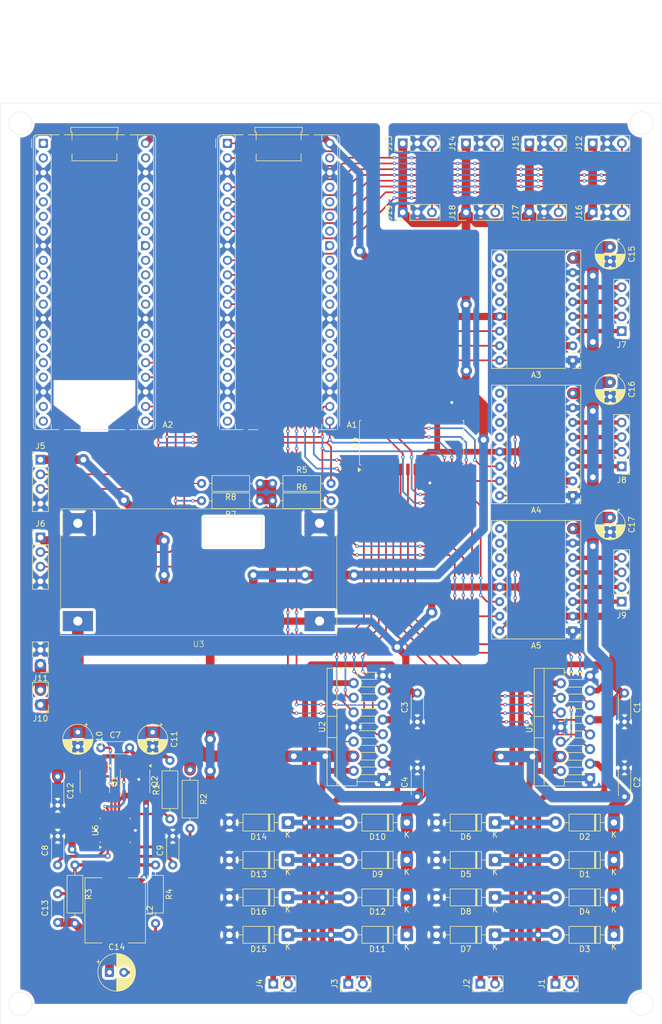
<source format=kicad_pcb>
(kicad_pcb (version 20241229) (generator "pcbnew") (generator_version "9.0")
  (layers (0 "F.Cu" signal) (2 "B.Cu" signal) (13 "F.Paste" user) (15 "B.Paste" user) (5 "F.SilkS" user "F.Silkscreen") (7 "B.SilkS" user "B.Silkscreen") (1 "F.Mask" user) (3 "B.Mask" user) (25 "Edge.Cuts" user))
  (net 0 "")
  (net 3 "I2C 0 SCL")
  (net 4 "Motor 2 Activation Pin")
  (net 5 "GNDPWR")
  (net 7 "Servo 3 PWM")
  (net 8 "Servo 8 PWM")
  (net 10 "Servo 2 PWM")
  (net 13 "+5VL")
  (net 14 "Servo 7 PWM")
  (net 16 "Servo 4 PWM")
  (net 18 "Servo 5 PWM")
  (net 20 "Motor 1 Activation Pin")
  (net 23 "Servo 1 PWM")
  (net 24 "Servo 6 PWM")
  (net 28 "Motor 3 Activation Pin")
  (net 30 "I2C 0 SDA")
  (net 33 "Motor 4 Activation Pin")
  (net 45 "I2C 1 SCL")
  (net 53 "I2C 1 SDA")
  (net 68 "Net-(A3-1A)")
  (net 69 "Net-(A3-1B)")
  (net 70 "Stepper 3 Sleep")
  (net 71 "Net-(A3-2A)")
  (net 72 "Steppers Dir")
  (net 73 "Stepper 3 Step")
  (net 74 "+12V")
  (net 75 "Net-(A3-2B)")
  (net 78 "Net-(A4-1B)")
  (net 80 "Stepper 1 Sleep")
  (net 81 "Net-(A4-2A)")
  (net 82 "Net-(A4-1A)")
  (net 85 "Net-(A4-2B)")
  (net 86 "Stepper 1 Step")
  (net 89 "Stepper 2 Sleep")
  (net 90 "Net-(A5-1B)")
  (net 91 "Net-(A5-1A)")
  (net 92 "Net-(A5-2A)")
  (net 93 "Stepper 2 Step")
  (net 96 "Net-(A5-2B)")
  (net 97 "Net-(U6-SW)")
  (net 98 "Net-(U6-BST)")
  (net 99 "Net-(U6-VCC)")
  (net 100 "Net-(U6-SS)")
  (net 101 "Net-(U6-FB)")
  (net 102 "+5VP")
  (net 103 "Net-(C14-Pad2)")
  (net 104 "Net-(D1-A)")
  (net 105 "Net-(D2-A)")
  (net 106 "Net-(D3-A)")
  (net 107 "Net-(D4-A)")
  (net 108 "Net-(D13-K)")
  (net 109 "Net-(D10-A)")
  (net 110 "Net-(D11-A)")
  (net 111 "Net-(D12-A)")
  (net 112 "Net-(J10-Pin_2)")
  (net 113 "Net-(Q1-G)")
  (net 114 "Net-(Q2-G)")
  (net 115 "Net-(U6-ILIM)")
  (net 116 "Net-(U6-RON)")
  (net 117 "Motor 1 Direction Pin 2")
  (net 118 "Motor 1 Direction Pin 1")
  (net 119 "Motor 2 Direction Pin 2")
  (net 120 "Motor 2 Direction Pin 1")
  (net 121 "Motor 4 Direction Pin 2")
  (net 122 "Motor 3 Direction Pin 1")
  (net 123 "Motor 3 Direction Pin 2")
  (net 124 "Motor 4 Direction Pin 1")
  (footprint "Connector_PinHeader_2.54mm:PinHeader_1x02_P2.54mm_Vertical" (layer "F.Cu") (at 235.5 218 90)
    (property "Reference" "J3")
    (property "Value" "Motor 2 Conn")
  )
  (footprint "Inductor_SMD:L_APV_APH1040" (layer "F.Cu") (at 195 205.25 -90)
    (property "Reference" "L2")
    (property "Value" "1.8uH")
  )
  (footprint "Capacitor_THT:C_Disc_D4.3mm_W1.9mm_P5.00mm" (layer "F.Cu") (at 185 197.3625 90)
    (property "Reference" "C8")
    (property "Value" "2.2uF")
  )
  (footprint "Module:Pololu_Breakout-16_15.2x20.3mm" (layer "F.Cu") (at 274.5 109.7 180)
    (property "Reference" "A3")
    (property "Value" "Pololu_Breakout_A4988")
  )
  (footprint "Package_SO:SOIC-8_3.9x4.9mm_P1.27mm" (layer "F.Cu") (at 198.45 182.8375 -90)
    (property "Reference" "Q2")
    (property "Value" "IRF8714PBF")
  )
  (footprint "Resistor_THT:R_Axial_DIN0207_L6.3mm_D2.5mm_P10.16mm_Horizontal" (layer "F.Cu") (at 208 180.84 -90)
    (property "Reference" "R2")
    (property "Value" "82.5kΩ")
  )
  (footprint "Diode_THT:D_DO-41_SOD81_P10.16mm_Horizontal" (layer "F.Cu") (at 281.66 209.5 180)
    (property "Reference" "D3")
    (property "Value" "1N4007")
  )
  (footprint "Connector_PinHeader_2.54mm:PinHeader_1x03_P2.54mm_Vertical" (layer "F.Cu") (at 277.96 72 90)
    (property "Reference" "J12")
    (property "Value" "Servo 4 Conn")
  )
  (footprint "Diode_THT:D_DO-41_SOD81_P10.16mm_Horizontal" (layer "F.Cu") (at 261 196.5 180)
    (property "Reference" "D5")
    (property "Value" "1N4007")
  )
  (footprint "Connector_PinHeader_2.54mm:PinHeader_1x04_P2.54mm_Vertical" (layer "F.Cu") (at 283 151.62 180)
    (property "Reference" "J9")
    (property "Value" "Stepper 3 Conn")
  )
  (footprint "Diode_THT:D_DO-41_SOD81_P10.16mm_Horizontal" (layer "F.Cu") (at 225 209.5 180)
    (property "Reference" "D15")
    (property "Value" "1N4007")
  )
  (footprint "Connector_PinHeader_2.54mm:PinHeader_1x04_P2.54mm_Vertical" (layer "F.Cu") (at 182 140.46)
    (property "Reference" "J6")
    (property "Value" "I2C 1 Conn")
  )
  (footprint "Module:RaspberryPi_Pico_Common_THT" (layer "F.Cu") (at 182.5 72)
    (property "Reference" "A2")
    (property "Value" "RaspberryPi_Pico_W")
  )
  (footprint "Connector_PinHeader_2.54mm:PinHeader_1x03_P2.54mm_Vertical" (layer "F.Cu") (at 244.96 72 90)
    (property "Reference" "J13")
    (property "Value" "Servo 1 Conn")
  )
  (footprint "Capacitor_THT:C_Disc_D4.3mm_W1.9mm_P5.00mm" (layer "F.Cu") (at 185 207.3625 90)
    (property "Reference" "C13")
    (property "Value" "120pF")
  )
  (footprint "Package_SO:HTSSOP-14-1EP_4.4x5mm_P0.65mm_EP3.4x5mm_Mask3x3.1mm" (layer "F.Cu") (at 195 191.3625 90)
    (property "Reference" "U6")
    (property "Value" "LM3150MH")
  )
  (footprint "Module:Pololu_Breakout-16_15.2x20.3mm" (layer "F.Cu") (at 274.5 133.2 180)
    (property "Reference" "A4")
    (property "Value" "Pololu_Breakout_A4988")
  )
  (footprint "Connector_PinHeader_2.54mm:PinHeader_1x03_P2.54mm_Vertical" (layer "F.Cu") (at 255.96 72 90)
    (property "Reference" "J14")
    (property "Value" "Servo 2 Conn")
  )
  (footprint "Connector_PinHeader_2.54mm:PinHeader_1x02_P2.54mm_Vertical" (layer "F.Cu") (at 258.46 218 90)
    (property "Reference" "J2")
    (property "Value" "Motor 1 Conn")
  )
  (footprint "Connector_PinHeader_2.54mm:PinHeader_1x02_P2.54mm_Vertical" (layer "F.Cu") (at 271.5 218 90)
    (property "Reference" "J1")
    (property "Value" "Motor 0 Conn")
  )
  (footprint "Capacitor_THT:C_Disc_D4.3mm_W1.9mm_P5.00mm" (layer "F.Cu") (at 283.5 180.5 -90)
    (property "Reference" "C2")
    (property "Value" "100nF")
  )
  (footprint "Diode_THT:D_DO-41_SOD81_P10.16mm_Horizontal" (layer "F.Cu") (at 261 203 180)
    (property "Reference" "D8")
    (property "Value" "1N4007")
  )
  (footprint "Capacitor_THT:CP_Radial_D5.0mm_P2.50mm" (layer "F.Cu") (at 281 137 -90)
    (property "Reference" "C17")
    (property "Value" "100uF")
  )
  (footprint "Capacitor_THT:CP_Radial_D5.0mm_P2.50mm" (layer "F.Cu") (at 281 113.5 -90)
    (property "Reference" "C16")
    (property "Value" "100uF")
  )
  (footprint "Diode_THT:D_DO-41_SOD81_P10.16mm_Horizontal" (layer "F.Cu") (at 245.66 203 180)
    (property "Reference" "D12")
    (property "Value" "1N4007")
  )
  (footprint "Diode_THT:D_DO-41_SOD81_P10.16mm_Horizontal" (layer "F.Cu") (at 261 209.5 180)
    (property "Reference" "D7")
    (property "Value" "1N4007")
  )
  (footprint "LM2596S-Module:LM2596S-Module" (layer "F.Cu") (at 209.5 146.5)
    (property "Reference" "U3")
    (property "Value" "~")
    (fp_rect (start 1 -9.5) (end 11 -4.5) (stroke (width 0.05)) (fill no) (layer "Edge.Cuts"))
  )
  (footprint "Diode_THT:D_DO-41_SOD81_P10.16mm_Horizontal" (layer "F.Cu") (at 281.66 190 180)
    (property "Reference" "D2")
    (property "Value" "1N4007")
  )
  (footprint "Package_SO:SOIC-8_3.9x4.9mm_P1.27mm" (layer "F.Cu") (at 191.45 182.8375 -90)
    (property "Reference" "Q1")
    (property "Value" "IRF8714PBF")
  )
  (footprint "Capacitor_THT:CP_Radial_D5.0mm_P2.50mm" (layer "F.Cu") (at 281 90 -90)
    (property "Reference" "C15")
    (property "Value" "100uF")
  )
  (footprint "Connector_PinHeader_2.54mm:PinHeader_1x03_P2.54mm_Vertical" (layer "F.Cu") (at 255.96 84 90)
    (property "Reference" "J18")
    (property "Value" "Servo 7 Conn")
  )
  (footprint "Connector_PinHeader_2.54mm:PinHeader_1x03_P2.54mm_Vertical" (layer "F.Cu") (at 277.96 84 90)
    (property "Reference" "J16")
    (property "Value" "Servo 5 Conn")
  )
  (footprint "Capacitor_THT:CP_Radial_D5.0mm_P2.50mm" (layer "F.Cu") (at 201.5 174.294888 -90)
    (property "Reference" "C11")
    (property "Value" "10uF")
  )
  (footprint "Capacitor_THT:C_Disc_D4.3mm_W1.9mm_P5.00mm" (layer "F.Cu") (at 247.5 172.5 90)
    (property "Reference" "C3")
    (property "Value" "100nF")
  )
  (footprint "Module:RaspberryPi_Pico_Common_THT" (layer "F.Cu") (at 214.5 72)
    (property "Reference" "A1")
    (property "Value" "RaspberryPi_Pico")
  )
  (footprint "Diode_THT:D_DO-41_SOD81_P10.16mm_Horizontal" (layer "F.Cu") (at 245.66 190 180)
    (property "Reference" "D10")
    (property "Value" "1N4007")
  )
  (footprint "Connector_PinHeader_2.54mm:PinHeader_1x03_P2.54mm_Vertical" (layer "F.Cu") (at 266.96 72 90)
    (property "Reference" "J15")
    (property "Value" "Servo 3 Conn")
  )
  (footprint "Resistor_THT:R_Axial_DIN0207_L6.3mm_D2.5mm_P10.16mm_Horizontal" (layer "F.Cu") (at 222.34 131.09)
    (property "Reference" "R5")
    (property "Value" "4.7kΩ")
  )
  (footprint "Connector_PinHeader_2.54mm:PinHeader_1x02_P2.54mm_Vertical" (layer "F.Cu") (at 182 162.54 180)
    (property "Reference" "J11")
    (property "Value" "BAU")
  )
  (footprint "Diode_THT:D_DO-41_SOD81_P10.16mm_Horizontal" (layer "F.Cu") (at 225 203 180)
    (property "Reference" "D16")
    (property "Value" "1N4007")
  )
  (footprint "Capacitor_THT:C_Disc_D4.3mm_W1.9mm_P5.00mm" (layer "F.Cu") (at 185 182 -90)
    (property "Reference" "C12")
    (property "Value" "100nF")
  )
  (footprint "Capacitor_THT:C_Disc_D4.3mm_W1.9mm_P5.00mm" (layer "F.Cu") (at 283.5 167.5 -90)
    (property "Reference" "C1")
    (property "Value" "100nF")
  )
  (footprint "Package_SO:SOIC-28W_7.5x17.9mm_P1.27mm" (layer "F.Cu") (at 246.5 124 90)
    (property "Reference" "U4")
    (property "Value" "MCP23017_SO")
  )
  (footprint "Diode_THT:D_DO-41_SOD81_P10.16mm_Horizontal" (layer "F.Cu") (at 281.66 203 180)
    (property "Reference" "D4")
    (property "Value" "1N4007")
  )
  (footprint "Module:Pololu_Breakout-16_15.2x20.3mm" (layer "F.Cu") (at 274.5 156.7 180)
    (property "Reference" "A5")
    (property "Value" "Pololu_Breakout_A4988")
  )
  (footprint "Connector_PinHeader_2.54mm:PinHeader_1x03_P2.54mm_Vertical" (layer "F.Cu") (at 266.96 84 90)
    (property "Reference" "J17")
    (property "Value" "Servo 6 Conn")
  )
  (footprint "Capacitor_THT:C_Disc_D4.3mm_W1.9mm_P5.00mm" (layer "F.Cu") (at 192.5 177)
    (property "Reference" "C7")
    (property "Value" "470nF")
  )
  (footprint "Diode_THT:D_DO-41_SOD81_P10.16mm_Horizontal" (layer "F.Cu") (at 281.66 196.5 180)
    (property "Reference" "D1")
    (property "Value" "1N4007")
  )
  (footprint "Resistor_THT:R_Axial_DIN0207_L6.3mm_D2.5mm_P10.16mm_Horizontal" (layer "F.Cu") (at 222.34 134.09)
    (property "Reference" "R6")
    (property "Value" "4.7kΩ")
  )
  (footprint "Diode_THT:D_DO-41_SOD81_P10.16mm_Horizontal" (layer "F.Cu") (at 245.66 196.5 180)
    (property "Reference" "D9")
    (property "Value" "1N4007")
  )
  (footprint "Resistor_THT:R_Axial_DIN0207_L6.3mm_D2.5mm_P10.16mm_Horizontal" (layer "F.Cu") (at 220.16 134.09 180)
    (property "Reference" "R7")
    (property "Value" "4.7kΩ")
  )
  (footprint "Resistor_THT:R_Axial_DIN0207_L6.3mm_D2.5mm_P10.16mm_Horizontal" (layer "F.Cu") (at 202 197.3625 -90)
    (property "Reference" "R4")
    (property "Value" "10kΩ")
  )
  (footprint "Capacitor_THT:CP_Radial_D6.3mm_P2.50mm" (layer "F.Cu") (at 194 216.0225)
    (property "Reference" "C14")
    (property "Value" "120uF")
  )
  (footprint "Package_TO_SOT_THT:TO-220-15_P2.54x5.08mm_StaggerOdd_Lead4.58mm_Vertical" (layer "F.Cu") (at 277.5 182.31 90)
    (property "Reference" "U1")
    (property "Value" "L298HN")
  )
  (footprint "Capacitor_THT:C_Disc_D4.3mm_W1.9mm_P5.00mm" (layer "F.Cu") (at 247.5 185.5 90)
    (property "Reference" "C4")
    (property "Value" "100nF")
  )
  (footprint "Resistor_THT:R_Axial_DIN0207_L6.3mm_D2.5mm_P10.16mm_Horizontal" (layer "F.Cu") (at 188 197.3625 -90)
    (property "Reference" "R3")
    (property "Value" "73.2kΩ")
  )
  (footprint "Capacitor_THT:C_Disc_D4.3mm_W1.9mm_P5.00mm" (layer "F.Cu") (at 205 197.3625 90)
    (property "Reference" "C9")
    (property "Value" "15nF")
  )
  (footprint "Connector_PinHeader_2.54mm:PinHeader_1x04_P2.54mm_Vertical" (layer "F.Cu") (at 182 126.96)
    (property "Reference" "J5")
    (property "Value" "I2C 0 Conn")
  )
  (footprint "Diode_THT:D_DO-41_SOD81_P10.16mm_Horizontal" (layer "F.Cu") (at 245.66 209.5 180)
    (property "Reference" "D11")
    (property "Value" "1N4007")
  )
  (footprint "Resistor_THT:R_Axial_DIN0207_L6.3mm_D2.5mm_P10.16mm_Horizontal" (layer "F.Cu") (at 220.16 131.09 180)
    (property "Reference" "R8")
    (property "Value" "4.7kΩ")
  )
  (footprint "Connector_PinHeader_2.54mm:PinHeader_1x03_P2.54mm_Vertical" (layer "F.Cu") (at 244.96 84 90)
    (property "Reference" "J19")
    (property "Value" "Servo 8 Conn")
  )
  (footprint "Package_TO_SOT_THT:TO-220-15_P2.54x5.08mm_StaggerOdd_Lead4.58mm_Vertical" (layer "F.Cu") (at 241.5 182.28 90)
    (property "Reference" "U2")
    (property "Value" "L298HN")
  )
  (footprint "Diode_THT:D_DO-41_SOD81_P10.16mm_Horizontal" (layer "F.Cu") (at 261 190 180)
    (property "Reference" "D6")
    (property "Value" "1N4007")
  )
  (footprint "Connector_PinHeader_2.54mm:PinHeader_1x04_P2.54mm_Vertical" (layer "F.Cu") (at 283 128.12 180)
    (property "Reference" "J8")
    (property "Value" "Stepper 2 Conn")
  )
  (footprint "Diode_THT:D_DO-41_SOD81_P10.16mm_Horizontal" (layer "F.Cu") (at 225 190 180)
    (property "Reference" "D14")
    (property "Value" "1N4007")
  )
  (footprint "Connector_PinHeader_2.54mm:PinHeader_1x02_P2.54mm_Vertical" (layer "F.Cu") (at 222.46 218 90)
    (property "Reference" "J4")
    (property "Value" "Motor 3 Conn")
  )
  (footprint "Connector_PinHeader_2.54mm:PinHeader_1x04_P2.54mm_Vertical" (layer "F.Cu") (at 283 104.62 180)
    (property "Reference" "J7")
    (property "Value" "Stepper 1 Conn")
  )
  (footprint "Capacitor_THT:CP_Radial_D5.0mm_P2.50mm" (layer "F.Cu") (at 188.5 174.294888 -90)
    (property "Reference" "C10")
    (property "Value" "10uF")
  )
  (footprint "Diode_THT:D_DO-41_SOD81_P10.16mm_Horizontal" (layer "F.Cu") (at 225 196.5 180)
    (property "Reference" "D13")
    (property "Value" "1N4007")
  )
  (footprint "Resistor_THT:R_Axial_DIN0207_L6.3mm_D2.5mm_P10.16mm_Horizontal" (layer "F.Cu") (at 204.5 189.3625 90)
    (property "Reference" "R1")
    (property "Value" "665Ω")
  )
  (footprint "Connector_PinHeader_2.54mm:PinHeader_1x02_P2.54mm_Vertical" (layer "F.Cu") (at 182 169.54 180)
    (property "Reference" "J10")
    (property "Value" "12V Battery")
  )
  (gr_arc (start 259 85.25) (mid 259.707107 85.542893) (end 260 86.25) (stroke (width 0.5)) (layer "B.Cu") (net 5))
  (gr_arc (start 260 161.75) (mid 259.707107 162.457107) (end 259 162.75) (stroke (width 0.5)) (layer "B.Cu") (net 5))
  (gr_arc (start 189.75 162.75) (mid 188.75 161.75) (end 189.75 160.75) (stroke (width 0.5)) (layer "B.Cu") (net 5))
  (gr_arc (start 241.75 87.25) (mid 241.042893 86.957107) (end 240.75 86.25) (stroke (width 0.5)) (layer "B.Cu") (net 5))
  (gr_circle (center 178.5 221.5) (end 180.5 221.5) (stroke (width 0.05)) (fill no) (layer "Edge.Cuts"))
  (gr_circle (center 178.5 68.5) (end 180.5 68.5) (stroke (width 0.05)) (fill no) (layer "Edge.Cuts"))
  (gr_circle (center 286.5 68.5) (end 288.5 68.5) (stroke (width 0.05)) (fill no) (layer "Edge.Cuts"))
  (gr_rect (start 175 65) (end 290 225) (stroke (width 0.05)) (fill no) (layer "Edge.Cuts"))
  (gr_circle (center 286.5 221.5) (end 288.5 221.5) (stroke (width 0.05)) (fill no) (layer "Edge.Cuts"))
  (segment (start 231.28 117.72) (end 232.28 117.72) (width 0.3) (layer "F.Cu") (net 3))
  (segment (start 231 123) (end 231 118) (width 0.3) (layer "F.Cu") (net 3))
  (segment (start 204 131) (end 202.96 132.04) (width 0.3) (layer "F.Cu") (net 3))
  (segment (start 252.215 128.65) (end 252.215 126.58) (width 0.3) (layer "F.Cu") (net 3))
  (segment (start 203.22 117.72) (end 200.28 117.72) (width 0.3) (layer "F.Cu") (net 3))
  (segment (start 204 123) (end 204 118.5) (width 0.3) (layer "F.Cu") (net 3))
  (segment (start 231 132.59) (end 232.5 134.09) (width 0.3) (layer "F.Cu") (net 3))
  (segment (start 202.96 132.04) (end 182 132.04) (width 0.3) (layer "F.Cu") (net 3))
  (segment (start 231 125) (end 231 132.59) (width 0.3) (layer "F.Cu") (net 3))
  (segment (start 204 118.5) (end 203.22 117.72) (width 0.3) (layer "F.Cu") (net 3))
  (segment (start 204 123) (end 204 131) (width 0.3) (layer "F.Cu") (net 3))
  (segment (start 231 118) (end 231.28 117.72) (width 0.3) (layer "F.Cu") (net 3))
  (segment (start 231 123) (end 208.5 123) (width 0.3) (layer "F.Cu") (net 3))
  (via (at 208.5 123) (size 0.6) (drill 0.3) (layers "F.Cu" "B.Cu") (net 3))
  (via (at 204 123) (size 0.6) (drill 0.3) (layers "F.Cu" "B.Cu") (net 3))
  (via (at 231 123) (size 0.6) (drill 0.3) (layers "F.Cu" "B.Cu") (net 3))
  (via (at 252.215 126.58) (size 0.6) (drill 0.3) (layers "F.Cu" "B.Cu") (net 3))
  (via (at 231 125) (size 0.6) (drill 0.3) (layers "F.Cu" "B.Cu") (net 3))
  (segment (start 231.5 125.5) (end 231 125) (width 0.3) (layer "B.Cu") (net 3))
  (segment (start 252.215 126.58) (end 251.135 125.5) (width 0.3) (layer "B.Cu") (net 3))
  (segment (start 251.135 125.5) (end 231.5 125.5) (width 0.3) (layer "B.Cu") (net 3))
  (segment (start 204 123) (end 208.5 123) (width 0.3) (layer "B.Cu") (net 3))
  (segment (start 231 125) (end 231 123) (width 0.3) (layer "B.Cu") (net 3))
  (segment (start 236 129) (end 234 127) (width 0.3) (layer "F.Cu") (net 4))
  (segment (start 255.5 147.5) (end 255.5 144) (width 0.3) (layer "F.Cu") (net 4))
  (segment (start 275.75 161.25) (end 275.75 160.75) (width 0.3) (layer "F.Cu") (net 4))
  (segment (start 255.5 144) (end 253.5 142) (width 0.3) (layer "F.Cu") (net 4))
  (segment (start 255.5 158) (end 255.5 150.5) (width 0.3) (layer "F.Cu") (net 4))
  (segment (start 275.75 160.75) (end 274 159) (width 0.3) (layer "F.Cu") (net 4))
  (segment (start 236 141) (end 236 129) (width 0.3) (layer "F.Cu") (net 4))
  (segment (start 237 142) (end 236 141) (width 0.3) (layer "F.Cu") (net 4))
  (segment (start 274 159) (end 256.5 159) (width 0.3) (layer "F.Cu") (net 4))
  (segment (start 229.5 122) (end 229.5 99.5) (width 0.3) (layer "F.Cu") (net 4))
  (segment (start 253.5 142) (end 248 142) (width 0.3) (layer "F.Cu") (net 4))
  (segment (start 256.5 159) (end 255.5 158) (width 0.3) (layer "F.Cu") (net 4))
  (segment (start 275.75 163.75) (end 275.75 167.86) (width 0.3) (layer "F.Cu") (net 4))
  (segment (start 275.75 167.86) (end 277.5 169.61) (width 0.3) (layer "F.Cu") (net 4))
  (segment (start 227.4 97.4) (end 214.5 97.4) (width 0.3) (layer "F.Cu") (net 4))
  (segment (start 229.5 99.5) (end 227.4 97.4) (width 0.3) (layer "F.Cu") (net 4))
  (segment (start 234 127) (end 233.5 127) (width 0.3) (layer "F.Cu") (net 4))
  (via (at 233.5 127) (size 0.6) (drill 0.3) (layers "F.Cu" "B.Cu") (net 4))
  (via (at 229.5 122) (size 0.6) (drill 0.3) (layers "F.Cu" "B.Cu") (net 4))
  (via (at 255.5 147.5) (size 0.6) (drill 0.3) (layers "F.Cu" "B.Cu") (net 4))
  (via (at 275.75 161.25) (size 0.6) (drill 0.3) (layers "F.Cu" "B.Cu") (net 4))
  (via (at 275.75 163.75) (size 0.6) (drill 0.3) (layers "F.Cu" "B.Cu") (net 4))
  (via (at 237 142) (size 0.6) (drill 0.3) (layers "F.Cu" "B.Cu") (net 4))
  (via (at 248 142) (size 0.6) (drill 0.3) (layers "F.Cu" "B.Cu") (net 4))
  (via (at 255.5 150.5) (size 0.6) (drill 0.3) (layers "F.Cu" "B.Cu") (net 4))
  (segment (start 229.5 126) (end 230.5 127) (width 0.3) (layer "B.Cu") (net 4))
  (segment (start 229.5 122) (end 229.5 126) (width 0.3) (layer "B.Cu") (net 4))
  (segment (start 230.5 127) (end 233.5 127) (width 0.3) (layer "B.Cu") (net 4))
  (segment (start 255.5 150.5) (end 255.5 147.5) (width 0.3) (layer "B.Cu") (net 4))
  (segment (start 275.75 161.25) (end 275.75 163.75) (width 0.3) (layer "B.Cu") (net 4))
  (segment (start 237 142) (end 248 142) (width 0.3) (layer "B.Cu") (net 4))
  (segment (start 195.65 192.0125) (end 195 191.3625) (width 0.5) (layer "F.Cu") (net 5))
  (segment (start 199.085 180.3625) (end 197.815 180.3625) (width 1) (layer "F.Cu") (net 5))
  (segment (start 196.3 190.0625) (end 195 191.3625) (width 0.5) (layer "F.Cu") (net 5))
  (segment (start 195 191.3625) (end 194.3625 191.3625) (width 0.5) (layer "F.Cu") (net 5))
  (segment (start 193.05 190.05) (end 193.05 188.5) (width 0.5) (layer "F.Cu") (net 5))
  (segment (start 195 191.3625) (end 191.6375 191.3625) (width 1) (layer "F.Cu") (net 5))
  (segment (start 196.3 188.5) (end 196.3 190.0625) (width 0.5) (layer "F.Cu") (net 5))
  (segment (start 200.355 180.3625) (end 199.085 180.3625) (width 1) (layer "F.Cu") (net 5))
  (segment (start 249.675 128.65) (end 249.675 131) (width 1) (layer "F.Cu") (net 5))
  (segment (start 195.65 194.225) (end 195.65 192.0125) (width 0.5) (layer "F.Cu") (net 5))
  (segment (start 253.485 119.35) (end 252.215 119.35) (width 0.6) (layer "F.Cu") (net 5))
  (segment (start 254.755 119.35) (end 253.485 119.35) (width 0.6) (layer "F.Cu") (net 5))
  (segment (start 195 191.3625) (end 198.5 191.3625) (width 1) (layer "F.Cu") (net 5))
  (segment (start 194.3625 191.3625) (end 193.05 190.05) (width 0.5) (layer "F.Cu") (net 5))
  (segment (start 253.485 119.35) (end 253.485 117.015) (width 0.6) (layer "F.Cu") (net 5))
  (segment (start 199.085 182.5) (end 199.085 180.3625) (width 1) (layer "F.Cu") (net 5))
  (via (at 198.5 191.3625) (size 1) (drill 0.5) (layers "F.Cu" "B.Cu") (net 5))
  (via (at 191.6375 191.3625) (size 1) (drill 0.5) (layers "F.Cu" "B.Cu") (net 5))
  (via (at 199.085 182.5) (size 1) (drill 0.5) (layers "F.Cu" "B.Cu") (net 5))
  (via (at 253.485 117.015) (size 1) (drill 0.5) (layers "F.Cu" "B.Cu") (net 5))
  (via (at 249.675 131) (size 1) (drill 0.5) (layers "F.Cu" "B.Cu") (net 5))
  (segment (start 222.616 79.62) (end 214.5 79.62) (width 0.3) (layer "F.Cu") (net 7))
  (segment (start 243.5 76.5) (end 236 76.5) (width 0.3) (layer "F.Cu") (net 7))
  (segment (start 265.5 76.5) (end 257.5 76.5) (width 0.3) (layer "F.Cu") (net 7))
  (segment (start 224 78.236) (end 222.616 79.62) (width 0.3) (layer "F.Cu") (net 7))
  (segment (start 272.04 75.46) (end 271 76.5) (width 0.3) (layer "F.Cu") (net 7))
  (segment (start 234.264 78.236) (end 224 78.236) (width 0.3) (layer "F.Cu") (net 7))
  (segment (start 254.5 76.5) (end 246.5 76.5) (width 0.3) (layer "F.Cu") (net 7))
  (segment (start 271 76.5) (end 268.5 76.5) (width 0.3) (layer "F.Cu") (net 7))
  (segment (start 272.04 72) (end 272.04 75.46) (width 0.3) (layer "F.Cu") (net 7))
  (segment (start 236 76.5) (end 234.264 78.236) (width 0.3) (layer "F.Cu") (net 7))
  (via (at 254.5 76.5) (size 0.6) (drill 0.3) (layers "F.Cu" "B.Cu") (net 7))
  (via (at 268.5 76.5) (size 0.6) (drill 0.3) (layers "F.Cu" "B.Cu") (net 7))
  (via (at 257.5 76.5) (size 0.6) (drill 0.3) (layers "F.Cu" "B.Cu") (net 7))
  (via (at 243.5 76.5) (size 0.6) (drill 0.3) (layers "F.Cu" "B.Cu") (net 7))
  (via (at 265.5 76.5) (size 0.6) (drill 0.3) (layers "F.Cu" "B.Cu") (net 7))
  (via (at 246.5 76.5) (size 0.6) (drill 0.3) (layers "F.Cu" "B.Cu") (net 7))
  (segment (start 246.5 76.5) (end 243.5 76.5) (width 0.3) (layer "B.Cu") (net 7))
  (segment (start 268.5 76.5) (end 265.5 76.5) (width 0.3) (layer "B.Cu") (net 7))
  (segment (start 257.5 76.5) (end 254.5 76.5) (width 0.3) (layer "B.Cu") (net 7))
  (segment (start 250.04 82.54) (end 250.04 84) (width 0.3) (layer "F.Cu") (net 8))
  (segment (start 233.831 91.169) (end 224 91.169) (width 0.3) (layer "F.Cu") (net 8))
  (segment (start 246.5 81.5) (end 249 81.5) (width 0.3) (layer "F.Cu") (net 8))
  (segment (start 220.309 94.86) (end 214.5 94.86) (width 0.3) (layer "F.Cu") (net 8))
  (segment (start 224 91.169) (end 220.309 94.86) (width 0.3) (layer "F.Cu") (net 8))
  (segment (start 249 81.5) (end 250.04 82.54) (width 0.3) (layer "F.Cu") (net 8))
  (segment (start 243.5 81.5) (end 233.831 91.169) (width 0.3) (layer "F.Cu") (net 8))
  (via (at 246.5 81.5) (size 0.6) (drill 0.3) (layers "F.Cu" "B.Cu") (net 8))
  (via (at 243.5 81.5) (size 0.6) (drill 0.3) (layers "F.Cu" "B.Cu") (net 8))
  (segment (start 246.5 81.5) (end 243.5 81.5) (width 0.3) (layer "B.Cu") (net 8))
  (segment (start 234.5 75.5) (end 234.076 75.924) (width 0.3) (layer "F.Cu") (net 10))
  (segment (start 243.5 75.5) (end 234.5 75.5) (width 0.3) (layer "F.Cu") (net 10))
  (segment (start 222.54 74.54) (end 214.5 74.54) (width 0.3) (layer "F.Cu") (net 10))
  (segment (start 254.5 75.5) (end 246.5 75.5) (width 0.3) (layer "F.Cu") (net 10))
  (segment (start 260 75.5) (end 261.04 74.46) (width 0.3) (layer "F.Cu") (net 10))
  (segment (start 223.924 75.924) (end 222.54 74.54) (width 0.3) (layer "F.Cu") (net 10))
  (segment (start 261.04 74.46) (end 261.04 72) (width 0.3) (layer "F.Cu") (net 10))
  (segment (start 257.5 75.5) (end 260 75.5) (width 0.3) (layer "F.Cu") (net 10))
  (segment (start 234.076 75.924) (end 223.924 75.924) (width 0.3) (layer "F.Cu") (net 10))
  (via (at 254.5 75.5) (size 0.6) (drill 0.3) (layers "F.Cu" "B.Cu") (net 10))
  (via (at 243.5 75.5) (size 0.6) (drill 0.3) (layers "F.Cu" "B.Cu") (net 10))
  (via (at 257.5 75.5) (size 0.6) (drill 0.3) (layers "F.Cu" "B.Cu") (net 10))
  (via (at 246.5 75.5) (size 0.6) (drill 0.3) (layers "F.Cu" "B.Cu") (net 10))
  (segment (start 246.5 75.5) (end 243.5 75.5) (width 0.3) (layer "B.Cu") (net 10))
  (segment (start 257.5 75.5) (end 254.5 75.5) (width 0.3) (layer "B.Cu") (net 10))
  (segment (start 250 152) (end 252.92 149.08) (width 1.25) (layer "F.Cu") (net 13))
  (segment (start 245.5 166.28) (end 246.72 167.5) (width 1.25) (layer "F.Cu") (net 13))
  (segment (start 265.08 149.08) (end 270.16 144) (width 1.25) (layer "F.Cu") (net 13))
  (segment (start 222.34 134.09) (end 222.34 131.09) (width 1.25) (layer "F.Cu") (net 13))
  (segment (start 274.5 130.66) (end 270.16 130.66) (width 1.25) (layer "F.Cu") (net 13))
  (segment (start 245.5 171) (end 244.38 172.12) (width 1.25) (layer "F.Cu") (net 13))
  (segment (start 270.16 154.16) (end 265.08 149.08) (width 1.25) (layer "F.Cu") (net 13))
  (segment (start 244.38 172.12) (end 241.5 172.12) (width 1.25) (layer "F.Cu") (net 13))
  (segment (start 280.2 172.15) (end 281.5 170.85) (width 1.25) (layer "F.Cu") (net 13))
  (segment (start 222.34 131.09) (end 222.34 131.91) (width 1.25) (layer "F.Cu") (net 13))
  (segment (start 250.945 119.35) (end 250.945 125.58) (width 1) (layer "F.Cu") (net 13))
  (segment (start 261.8 102.08) (end 265.08 102.08) (width 1.25) (layer "F.Cu") (net 13))
  (segment (start 283 167.5) (end 283.5 167.5) (width 1.25) (layer "F.Cu") (net 13))
  (segment (start 270.16 120.5) (end 265.08 125.58) (width 1.25) (layer "F.Cu") (net 13))
  (segment (start 220.16 134.09) (end 220.16 131.09) (width 1.25) (layer "F.Cu") (net 13))
  (segment (start 230.5 155) (end 223 155) (width 1.25) (layer "F.Cu") (net 13))
  (segment (start 270.16 130.66) (end 265.08 125.58) (width 1.25) (layer "F.Cu") (net 13))
  (segment (start 265.08 149.08) (end 261.8 149.08) (width 1.25) (layer "F.Cu") (net 13))
  (segment (start 274.5 154.16) (end 280.16 154.16) (width 1.25) (layer "F.Cu") (net 13))
  (segment (start 245.5 168.72) (end 245.5 171) (width 1.25) (layer "F.Cu") (net 13))
  (segment (start 252.92 149.08) (end 261.8 149.08) (width 1.25) (layer "F.Cu") (net 13))
  (segment (start 245.5 161) (end 245.5 166.28) (width 1.25) (layer "F.Cu") (net 13))
  (segment (start 232.28 72) (end 230.28 70) (width 1.25) (layer "F.Cu") (net 13))
  (segment (start 222.34 134.09) (end 220.16 134.09) (width 1.25) (layer "F.Cu") (net 13))
  (segment (start 248.83 102.08) (end 261.8 102.08) (width 1.25) (layer "F.Cu") (net 13))
  (segment (start 202.28 70) (end 200.28 72) (width 1.25) (layer "F.Cu") (net 13))
  (segment (start 277.34 172.15) (end 280.2 172.15) (width 1.25) (layer "F.Cu") (net 13))
  (segment (start 270.16 130.66) (end 270.16 144) (width 1.25) (layer "F.Cu") (net 13))
  (segment (start 249.515 125.58) (end 248.405 126.69) (width 1) (layer "F.Cu") (net 13))
  (segment (start 248.405 126.69) (end 248.405 128.65) (width 1) (layer "F.Cu") (net 13))
  (segment (start 281.5 166) (end 283 167.5) (width 1.25) (layer "F.Cu") (net 13))
  (segment (start 265.08 125.58) (end 261.8 125.58) (width 1.25) (layer "F.Cu") (net 13))
  (segment (start 250 153.5) (end 250 152) (width 1.25) (layer "F.Cu") (net 13))
  (segment (start 280.16 154.16) (end 281.5 155.5) (width 1.25) (layer "F.Cu") (net 13))
  (segment (start 246.72 167.5) (end 245.5 168.72) (width 1.25) (layer "F.Cu") (net 13))
  (segment (start 270.16 107.16) (end 270.16 120.5) (width 1.25) (layer "F.Cu") (net 13))
  (segment (start 220.16 131.09) (end 222.34 131.09) (width 1.25) (layer "F.Cu") (net 13))
  (segment (start 270.16 107.16) (end 274.5 107.16) (width 1.25) (layer "F.Cu") (net 13))
  (segment (start 223 155) (end 222.34 154.34) (width 1.25) (layer "F.Cu") (net 13))
  (segment (start 222.34 131.91) (end 220.16 134.09) (width 1.25) (layer "F.Cu") (net 13))
  (segment (start 222.34 133.27) (end 220.16 131.09) (width 1.25) (layer "F.Cu") (net 13))
  (segment (start 261.8 125.58) (end 249.515 125.58) (width 1) (layer "F.Cu") (net 13))
  (segment (start 237.5 90.75) (end 248.83 102.08) (width 1.25) (layer "F.Cu") (net 13))
  (segment (start 222.34 134.09) (end 222.34 133.27) (width 1.25) (layer "F.Cu") (net 13))
  (segment (start 274.5 154.16) (end 270.16 154.16) (width 1.25) (layer "F.Cu") (net 13))
  (segment (start 281.5 170.85) (end 281.5 169) (width 1.25) (layer "F.Cu") (net 13))
  (segment (start 281.5 155.5) (end 281.5 166) (width 1.25) (layer "F.Cu") (net 13))
  (segment (start 222.34 154.34) (end 222.34 134.09) (width 1.25) (layer "F.Cu") (net 13))
  (segment (start 246.72 167.5) (end 247.5 167.5) (width 1.25) (layer "F.Cu") (net 13))
  (segment (start 244 159.5) (end 245.5 161) (width 1.25) (layer "F.Cu") (net 13))
  (segment (start 230.28 70) (end 202.28 70) (width 1.25) (layer "F.Cu") (net 13))
  (segment (start 265.08 102.08) (end 270.16 107.16) (width 1.25) (layer "F.Cu") (net 13))
  (segment (start 281.5 169) (end 283 167.5) (width 1.25) (layer "F.Cu") (net 13))
  (via (at 237.5 90.75) (size 2) (drill 1) (layers "F.Cu" "B.Cu") (net 13))
  (via (at 244 159.5) (size 2) (drill 1) (layers "F.Cu" "B.Cu") (net 13))
  (via (at 250 153.5) (size 2) (drill 1) (layers "F.Cu" "B.Cu") (net 13))
  (segment (start 244 159.5) (end 239.5 155) (width 1.25) (layer "B.Cu") (net 13))
  (segment (start 250 153.5) (end 244 159.5) (width 1.25) (layer "B.Cu") (net 13))
  (segment (start 237.5 90.75) (end 237.5 77.22) (width 1.25) (layer "B.Cu") (net 13))
  (segment (start 237.5 77.22) (end 232.28 72) (width 1.25) (layer "B.Cu") (net 13))
  (segment (start 239.5 155) (end 230.5 155) (width 1.25) (layer "B.Cu") (net 13))
  (segment (start 220.18 92.32) (end 214.5 92.32) (width 0.3) (layer "F.Cu") (net 14))
  (segment (start 234 88.5) (end 224 88.5) (width 0.3) (layer "F.Cu") (net 14))
  (segment (start 261.04 81.54) (end 261.04 84) (width 0.3) (layer "F.Cu") (net 14))
  (segment (start 260 80.5) (end 261.04 81.54) (width 0.3) (layer "F.Cu") (net 14))
  (segment (start 242 80.5) (end 234 88.5) (width 0.3) (layer "F.Cu") (net 14))
  (segment (start 254.5 80.5) (end 246.5 80.5) (width 0.3) (layer "F.Cu") (net 14))
  (segment (start 243.5 80.5) (end 242 80.5) (width 0.3) (layer "F.Cu") (net 14))
  (segment (start 257.5 80.5) (end 260 80.5) (width 0.3) (layer "F.Cu") (net 14))
  (segment (start 224 88.5) (end 220.18 92.32) (width 0.3) (layer "F.Cu") (net 14))
  (via (at 246.5 80.5) (size 0.6) (drill 0.3) (layers "F.Cu" "B.Cu") (net 14))
  (via (at 257.5 80.5) (size 0.6) (drill 0.3) (layers "F.Cu" "B.Cu") (net 14))
  (via (at 243.5 80.5) (size 0.6) (drill 0.3) (layers "F.Cu" "B.Cu") (net 14))
  (via (at 254.5 80.5) (size 0.6) (drill 0.3) (layers "F.Cu" "B.Cu") (net 14))
  (segment (start 257.5 80.5) (end 254.5 80.5) (width 0.3) (layer "B.Cu") (net 14))
  (segment (start 246.5 80.5) (end 243.5 80.5) (width 0.3) (layer "B.Cu") (net 14))
  (segment (start 222.84 82.16) (end 214.5 82.16) (width 0.3) (layer "F.Cu") (net 16))
  (segment (start 243.5 77.5) (end 237.5 77.5) (width 0.3) (layer "F.Cu") (net 16))
  (segment (start 279.5 77.5) (end 282 77.5) (width 0.3) (layer "F.Cu") (net 16))
  (segment (start 224 81) (end 222.84 82.16) (width 0.3) (layer "F.Cu") (net 16))
  (segment (start 237.5 77.5) (end 234 81) (width 0.3) (layer "F.Cu") (net 16))
  (segment (start 283.04 76.46) (end 283.04 72) (width 0.3) (layer "F.Cu") (net 16))
  (segment (start 276.5 77.5) (end 268.5 77.5) (width 0.3) (layer "F.Cu") (net 16))
  (segment (start 265.5 77.5) (end 257.5 77.5) (width 0.3) (layer "F.Cu") (net 16))
  (segment (start 254.5 77.5) (end 246.5 77.5) (width 0.3) (layer "F.Cu") (net 16))
  (segment (start 234 81) (end 224 81) (width 0.3) (layer "F.Cu") (net 16))
  (segment (start 282 77.5) (end 283.04 76.46) (width 0.3) (layer "F.Cu") (net 16))
  (via (at 268.5 77.5) (size 0.6) (drill 0.3) (layers "F.Cu" "B.Cu") (net 16))
  (via (at 276.5 77.5) (size 0.6) (drill 0.3) (layers "F.Cu" "B.Cu") (net 16))
  (via (at 279.5 77.5) (size 0.6) (drill 0.3) (layers "F.Cu" "B.Cu") (net 16))
  (via (at 243.5 77.5) (size 0.6) (drill 0.3) (layers "F.Cu" "B.Cu") (net 16))
  (via (at 257.5 77.5) (size 0.6) (drill 0.3) (layers "F.Cu" "B.Cu") (net 16))
  (via (at 254.5 77.5) (size 0.6) (drill 0.3) (layers "F.Cu" "B.Cu") (net 16))
  (via (at 265.5 77.5) (size 0.6) (drill 0.3) (layers "F.Cu" "B.Cu") (net 16))
  (via (at 246.5 77.5) (size 0.6) (drill 0.3) (layers "F.Cu" "B.Cu") (net 16))
  (segment (start 246.5 77.5) (end 243.5 77.5) (width 0.3) (layer "B.Cu") (net 16))
  (segment (start 257.5 77.5) (end 254.5 77.5) (width 0.3) (layer "B.Cu") (net 16))
  (segment (start 279.5 77.5) (end 276.5 77.5) (width 0.3) (layer "B.Cu") (net 16))
  (segment (start 268.5 77.5) (end 265.5 77.5) (width 0.3) (layer "B.Cu") (net 16))
  (segment (start 276.5 78.5) (end 268.5 78.5) (width 0.3) (layer "F.Cu") (net 18))
  (segment (start 224 83.5) (end 222.8 84.7) (width 0.3) (layer "F.Cu") (net 18))
  (segment (start 265.5 78.5) (end 257.5 78.5) (width 0.3) (layer "F.Cu") (net 18))
  (segment (start 254.5 78.5) (end 246.5 78.5) (width 0.3) (layer "F.Cu") (net 18))
  (segment (start 243.5 78.5) (end 239 78.5) (width 0.3) (layer "F.Cu") (net 18))
  (segment (start 282 78.5) (end 283.04 79.54) (width 0.3) (layer "F.Cu") (net 18))
  (segment (start 239 78.5) (end 234 83.5) (width 0.3) (layer "F.Cu") (net 18))
  (segment (start 283.04 79.54) (end 283.04 84) (width 0.3) (layer "F.Cu") (net 18))
  (segment (start 234 83.5) (end 224 83.5) (width 0.3) (layer "F.Cu") (net 18))
  (segment (start 222.8 84.7) (end 214.5 84.7) (width 0.3) (layer "F.Cu") (net 18))
  (segment (start 279.5 78.5) (end 282 78.5) (width 0.3) (layer "F.Cu") (net 18))
  (via (at 257.5 78.5) (size 0.6) (drill 0.3) (layers "F.Cu" "B.Cu") (net 18))
  (via (at 254.5 78.5) (size 0.6) (drill 0.3) (layers "F.Cu" "B.Cu") (net 18))
  (via (at 265.5 78.5) (size 0.6) (drill 0.3) (layers "F.Cu" "B.Cu") (net 18))
  (via (at 279.5 78.5) (size 0.6) (drill 0.3) (layers "F.Cu" "B.Cu") (net 18))
  (via (at 276.5 78.5) (size 0.6) (drill 0.3) (layers "F.Cu" "B.Cu") (net 18))
  (via (at 268.5 78.5) (size 0.6) (drill 0.3) (layers "F.Cu" "B.Cu") (net 18))
  (via (at 243.5 78.5) (size 0.6) (drill 0.3) (layers "F.Cu" "B.Cu") (net 18))
  (via (at 246.5 78.5) (size 0.6) (drill 0.3) (layers "F.Cu" "B.Cu") (net 18))
  (segment (start 268.5 78.5) (end 265.5 78.5) (width 0.3) (layer "B.Cu") (net 18))
  (segment (start 246.5 78.5) (end 243.5 78.5) (width 0.3) (layer "B.Cu") (net 18))
  (segment (start 279.5 78.5) (end 276.5 78.5) (width 0.3) (layer "B.Cu") (net 18))
  (segment (start 257.5 78.5) (end 254.5 78.5) (width 0.3) (layer "B.Cu") (net 18))
  (segment (start 274.25 161) (end 273.75 160.5) (width 0.3) (layer "F.Cu") (net 20))
  (segment (start 236.5 143.5) (end 234.5 141.5) (width 0.3) (layer "F.Cu") (net 20))
  (segment (start 228 122) (end 228 101) (width 0.3) (layer "F.Cu") (net 20))
  (segment (start 254 144.5) (end 253 143.5) (width 0.3) (layer "F.Cu") (net 20))
  (segment (start 273.75 160.5) (end 256 160.5) (width 0.3) (layer "F.Cu") (net 20))
  (segment (start 226.94 99.94) (end 214.5 99.94) (width 0.3) (layer "F.Cu") (net 20))
  (segment (start 233.5 128.520237) (end 233.5 128.5) (width 0.2) (layer "F.Cu") (net 20))
  (segment (start 254 158.5) (end 254 150.545622) (width 0.3) (layer "F.Cu") (net 20))
  (segment (start 228 101) (end 226.94 99.94) (width 0.3) (layer "F.Cu") (net 20))
  (segment (start 274.25 163.75) (end 274.25 170.5) (width 0.3) (layer "F.Cu") (net 20))
  (segment (start 234.5 129.520237) (end 233.5 128.520237) (width 0.3) (layer "F.Cu") (net 20))
  (segment (start 256 160.5) (end 254 158.5) (width 0.3) (layer "F.Cu") (net 20))
  (segment (start 274.25 161.25) (end 274.25 161) (width 0.3) (layer "F.Cu") (net 20))
  (segment (start 253 143.5) (end 248 143.5) (width 0.3) (layer "F.Cu") (net 20))
  (segment (start 254 147.5) (end 254 144.5) (width 0.3) (layer "F.Cu") (net 20))
  (segment (start 237 143.5) (end 236.5 143.5) (width 0.3) (layer "F.Cu") (net 20))
  (segment (start 234.5 141.5) (end 234.5 129.520237) (width 0.3) (layer "F.Cu") (net 20))
  (via (at 254 150.545622) (size 0.6) (drill 0.3) (layers "F.Cu" "B.Cu") (net 20))
  (via (at 228 122) (size 0.6) (drill 0.3) (layers "F.Cu" "B.Cu") (net 20))
  (via (at 254 147.5) (size 0.6) (drill 0.3) (layers "F.Cu" "B.Cu") (net 20))
  (via (at 274.25 161.25) (size 0.6) (drill 0.3) (layers "F.Cu" "B.Cu") (net 20))
  (via (at 248 143.5) (size 0.6) (drill 0.3) (layers "F.Cu" "B.Cu") (net 20))
  (via (at 274.25 170.5) (size 0.6) (drill 0.3) (layers "F.Cu" "B.Cu") (net 20))
  (via (at 233.5 128.5) (size 0.6) (drill 0.3) (layers "F.Cu" "B.Cu") (net 20))
  (via (at 274.25 163.75) (size 0.6) (drill 0.3) (layers "F.Cu" "B.Cu") (net 20))
  (via (at 237 143.5) (size 0.6) (drill 0.3) (layers "F.Cu" "B.Cu") (net 20))
  (segment (start 274.25 170.5) (end 274.25 175) (width 0.3) (layer "B.Cu") (net 20))
  (segment (start 254 150.545622) (end 254 147.5) (width 0.3) (layer "B.Cu") (net 20))
  (segment (start 230 128.5) (end 228 126.5) (width 0.3) (layer "B.Cu") (net 20))
  (segment (start 237 143.5) (end 248 143.5) (width 0.3) (layer "B.Cu") (net 20))
  (segment (start 274.25 161.25) (end 274.25 163.75) (width 0.3) (layer "B.Cu") (net 20))
  (segment (start 228 126.5) (end 228 122) (width 0.3) (layer "B.Cu") (net 20))
  (segment (start 273.29 175.96) (end 272.42 175.96) (width 0.3) (layer "B.Cu") (net 20))
  (segment (start 233.5 128.5) (end 230 128.5) (width 0.3) (layer "B.Cu") (net 20))
  (segment (start 274.25 175) (end 273.29 175.96) (width 0.3) (layer "B.Cu") (net 20))
  (segment (start 232.889 73.389) (end 223.889 73.389) (width 0.3) (layer "F.Cu") (net 23))
  (segment (start 250.04 73.46) (end 250.04 72) (width 0.3) (layer "F.Cu") (net 23))
  (segment (start 249 74.5) (end 250.04 73.46) (width 0.3) (layer "F.Cu") (net 23))
  (segment (start 223.889 73.389) (end 222.5 72) (width 0.3) (layer "F.Cu") (net 23))
  (segment (start 234 74.5) (end 232.889 73.389) (width 0.3) (layer "F.Cu") (net 23))
  (segment (start 243.5 74.5) (end 234 74.5) (width 0.3) (layer "F.Cu") (net 23))
  (segment (start 246.5 74.5) (end 249 74.5) (width 0.3) (layer "F.Cu") (net 23))
  (segment (start 222.5 72) (end 214.5 72) (width 0.3) (layer "F.Cu") (net 23))
  (via (at 243.5 74.5) (size 0.6) (drill 0.3) (layers "F.Cu" "B.Cu") (net 23))
  (via (at 246.5 74.5) (size 0.6) (drill 0.3) (layers "F.Cu" "B.Cu") (net 23))
  (segment (start 246.5 74.5) (end 243.5 74.5) (width 0.3) (layer "B.Cu") (net 23))
  (segment (start 243.5 79.5) (end 240.5 79.5) (width 0.3) (layer "F.Cu") (net 24))
  (segment (start 222.611 87.24) (end 214.5 87.24) (width 0.3) (layer "F.Cu") (net 24))
  (segment (start 268.5 79.5) (end 271 79.5) (width 0.3) (layer "F.Cu") (net 24))
  (segment (start 240.5 79.5) (end 234.149 85.851) (width 0.3) (layer "F.Cu") (net 24))
  (segment (start 224 85.851) (end 222.611 87.24) (width 0.3) (layer "F.Cu") (net 24))
  (segment (start 234.149 85.851) (end 224 85.851) (width 0.3) (layer "F.Cu") (net 24))
  (segment (start 265.5 79.5) (end 257.5 79.5) (width 0.3) (layer "F.Cu") (net 24))
  (segment (start 272.04 80.54) (end 272.04 84) (width 0.3) (layer "F.Cu") (net 24))
  (segment (start 254.5 79.5) (end 246.5 79.5) (width 0.3) (layer "F.Cu") (net 24))
  (segment (start 271 79.5) (end 272.04 80.54) (width 0.3) (layer "F.Cu") (net 24))
  (via (at 246.5 79.5) (size 0.6) (drill 0.3) (layers "F.Cu" "B.Cu") (net 24))
  (via (at 257.5 79.5) (size 0.6) (drill 0.3) (layers "F.Cu" "B.Cu") (net 24))
  (via (at 254.5 79.5) (size 0.6) (drill 0.3) (layers "F.Cu" "B.Cu") (net 24))
  (via (at 243.5 79.5) (size 0.6) (drill 0.3) (layers "F.Cu" "B.Cu") (net 24))
  (via (at 265.5 79.5) (size 0.6) (drill 0.3) (layers "F.Cu" "B.Cu") (net 24))
  (via (at 268.5 79.5) (size 0.6) (drill 0.3) (layers "F.Cu" "B.Cu") (net 24))
  (segment (start 246.5 79.5) (end 243.5 79.5) (width 0.3) (layer "B.Cu") (net 24))
  (segment (start 268.5 79.5) (end 265.5 79.5) (width 0.3) (layer "B.Cu") (net 24))
  (segment (start 257.5 79.5) (end 254.5 79.5) (width 0.3) (layer "B.Cu") (net 24))
  (segment (start 232.560713 171) (end 233.5 171.939287) (width 0.2) (layer "F.Cu") (net 28))
  (segment (start 226.5 171) (end 226 171) (width 0.3) (layer "F.Cu") (net 28))
  (segment (start 214.5 107.56) (end 224.06 107.56) (width 0.3) (layer "F.Cu") (net 28))
  (segment (start 226 171) (end 225 170) (width 0.3) (layer "F.Cu") (net 28))
  (segment (start 224.06 107.56) (end 225 108.5) (width 0.3) (layer "F.Cu") (net 28))
  (segment (start 225 108.5) (end 225 122) (width 0.3) (layer "F.Cu") (net 28))
  (segment (start 230.75 171) (end 232.560713 171) (width 0.2) (layer "F.Cu") (net 28))
  (segment (start 233.5 171.939287) (end 233.5 175) (width 0.2) (layer "F.Cu") (net 28))
  (segment (start 233.5 175) (end 234.43 175.93) (width 0.2) (layer "F.Cu") (net 28))
  (segment (start 234.43 175.93) (end 236.42 175.93) (width 0.2) (layer "F.Cu") (net 28))
  (segment (start 225 125) (end 225 153.5) (width 0.3) (layer "F.Cu") (net 28))
  (segment (start 225 170) (end 225 156.5) (width 0.3) (layer "F.Cu") (net 28))
  (via (at 226.5 171) (size 0.6) (drill 0.3) (layers "F.Cu" "B.Cu") (net 28))
  (via (at 230.75 171) (size 0.6) (drill 0.3) (layers "F.Cu" "B.Cu") (net 28))
  (via (at 225 156.5) (size 0.6) (drill 0.3) (layers "F.Cu" "B.Cu") (net 28))
  (via (at 225 122) (size 0.6) (drill 0.3) (layers "F.Cu" "B.Cu") (net 28))
  (via (at 225 125) (size 0.6) (drill 0.3) (layers "F.Cu" "B.Cu") (net 28))
  (via (at 225 153.5) (size 0.6) (drill 0.3) (layers "F.Cu" "B.Cu") (net 28))
  (segment (start 225 153.5) (end 225 156.5) (width 0.3) (layer "B.Cu") (net 28))
  (segment (start 230.75 171) (end 226.5 171) (width 0.2) (layer "B.Cu") (net 28))
  (segment (start 225 122) (end 225 125) (width 0.3) (layer "B.Cu") (net 28))
  (segment (start 202.5 124) (end 202.5 121) (width 0.3) (layer "F.Cu") (net 30))
  (segment (start 232.5 124.72) (end 232.5 131.09) (width 0.3) (layer "F.Cu") (net 30))
  (segment (start 202.5 128.5) (end 201.5 129.5) (width 0.3) (layer "F.Cu") (net 30))
  (segment (start 253.485 128.65) (end 253.485 126.58) (width 0.3) (layer "F.Cu") (net 30))
  (segment (start 201.5 129.5) (end 182 129.5) (width 0.3) (layer "F.Cu") (net 30))
  (segment (start 231.78 124) (end 232.5 124.72) (width 0.3) (layer "F.Cu") (net 30))
  (segment (start 231.78 124) (end 232.28 123.5) (width 0.3) (layer "F.Cu") (net 30))
  (segment (start 232.28 123.5) (end 232.28 120.26) (width 0.3) (layer "F.Cu") (net 30))
  (segment (start 201.76 120.26) (end 200.28 120.26) (width 0.3) (layer "F.Cu") (net 30))
  (segment (start 208.5 124) (end 231.78 124) (width 0.3) (layer "F.Cu") (net 30))
  (segment (start 202.5 121) (end 201.76 120.26) (width 0.3) (layer "F.Cu") (net 30))
  (segment (start 202.5 124) (end 202.5 128.5) (width 0.3) (layer "F.Cu") (net 30))
  (segment (start 200.5 120.41) (end 200.78 120.13) (width 0.2) (layer "F.Cu") (net 30))
  (via (at 208.5 124) (size 0.6) (drill 0.3) (layers "F.Cu" "B.Cu") (net 30))
  (via (at 202.5 124) (size 0.6) (drill 0.3) (layers "F.Cu" "B.Cu") (net 30))
  (via (at 253.485 126.58) (size 0.6) (drill 0.3) (layers "F.Cu" "B.Cu") (net 30))
  (via (at 232.28 123.5) (size 0.6) (drill 0.3) (layers "F.Cu" "B.Cu") (net 30))
  (segment (start 251.5 124) (end 253.485 125.985) (width 0.3) (layer "B.Cu") (net 30))
  (segment (start 253.485 125.985) (end 253.485 126.58) (width 0.3) (layer "B.Cu") (net 30))
  (segment (start 232.78 124) (end 251.5 124) (width 0.3) (layer "B.Cu") (net 30))
  (segment (start 232.28 123.5) (end 232.78 124) (width 0.3) (layer "B.Cu") (net 30))
  (segment (start 202.5 124) (end 208.5 124) (width 0.3) (layer "B.Cu") (net 30))
  (segment (start 226.5 107.236912) (end 226.5 122) (width 0.3) (layer "F.Cu") (net 33))
  (segment (start 214.5 105.02) (end 224.283088 105.02) (width 0.3) (layer "F.Cu") (net 33))
  (segment (start 233.5 169.5) (end 230.75 169.5) (width 0.2) (layer "F.Cu") (net 33))
  (segment (start 224.283088 105.02) (end 226.5 107.236912) (width 0.3) (layer "F.Cu") (net 33))
  (segment (start 226.5 169.5) (end 226.5 156.5) (width 0.3) (layer "F.Cu") (net 33))
  (segment (start 226.5 125) (end 226.5 153.5) (width 0.3) (layer "F.Cu") (net 33))
  (via (at 233.5 169.5) (size 0.6) (drill 0.3) (layers "F.Cu" "B.Cu") (net 33))
  (via (at 226.5 156.5) (size 0.6) (drill 0.3) (layers "F.Cu" "B.Cu") (net 33))
  (via (at 226.5 125) (size 0.6) (drill 0.3) (layers "F.Cu" "B.Cu") (net 33))
  (via (at 226.5 153.5) (size 0.6) (drill 0.3) (layers "F.Cu" "B.Cu") (net 33))
  (via (at 226.5 169.5) (size 0.6) (drill 0.3) (layers "F.Cu" "B.Cu") (net 33))
  (via (at 230.75 169.5) (size 0.6) (drill 0.3) (layers "F.Cu" "B.Cu") (net 33))
  (via (at 226.5 122) (size 0.6) (drill 0.3) (layers "F.Cu" "B.Cu") (net 33))
  (segment (start 226.5 153.5) (end 226.5 156.5) (width 0.3) (layer "B.Cu") (net 33))
  (segment (start 233.5 169.5) (end 233.58 169.58) (width 0.2) (layer "B.Cu") (net 33))
  (segment (start 233.58 169.58) (end 241.5 169.58) (width 0.2) (layer "B.Cu") (net 33))
  (segment (start 226.5 122) (end 226.5 125) (width 0.3) (layer "B.Cu") (net 33))
  (segment (start 230.75 169.5) (end 226.5 169.5) (width 0.2) (layer "B.Cu") (net 33))
  (segment (start 207.09 131.09) (end 207 131) (width 0.2) (layer "F.Cu") (net 45))
  (segment (start 205.96 145.54) (end 207 144.5) (width 0.3) (layer "F.Cu") (net 45))
  (segment (start 207 126.5) (end 207 111) (width 0.3) (layer "F.Cu") (net 45))
  (segment (start 207 111) (end 206.1 110.1) (width 0.3) (layer "F.Cu") (net 45))
  (segment (start 207 131) (end 207 126.5) (width 0.3) (layer "F.Cu") (net 45))
  (segment (start 182 145.54) (end 205.96 145.54) (width 0.3) (layer "F.Cu") (net 45))
  (segment (start 207 144.5) (end 207 131) (width 0.3) (layer "F.Cu") (net 45))
  (segment (start 210 131.09) (end 207.09 131.09) (width 0.2) (layer "F.Cu") (net 45))
  (segment (start 206.1 110.1) (end 200.28 110.1) (width 0.3) (layer "F.Cu") (net 45))
  (segment (start 204.5 143) (end 205.5 142) (width 0.3) (layer "F.Cu") (net 53))
  (segment (start 208.5 134.09) (end 210 134.09) (width 0.3) (layer "F.Cu") (net 53))
  (segment (start 205.5 142) (end 205.5 129.5) (width 0.3) (layer "F.Cu") (net 53))
  (segment (start 204.64 112.64) (end 200.28 112.64) (width 0.3) (layer "F.Cu") (net 53))
  (segment (start 205.5 113.5) (end 204.64 112.64) (width 0.3) (layer "F.Cu") (net 53))
  (segment (start 205.5 129.5) (end 205.5 113.5) (width 0.3) (layer "F.Cu") (net 53))
  (segment (start 182 143) (end 204.5 143) (width 0.3) (layer "F.Cu") (net 53))
  (via (at 205.5 134.09) (size 0.6) (drill 0.3) (layers "F.Cu" "B.Cu") (net 53))
  (via (at 208.5 134.09) (size 0.6) (drill 0.3) (layers "F.Cu" "B.Cu") (net 53))
  (segment (start 208.5 134.09) (end 205.5 134.09) (width 0.3) (layer "B.Cu") (net 53))
  (segment (start 274.34 102.08) (end 283 102.08) (width 0.75) (layer "F.Cu") (net 68))
  (segment (start 283 104.62) (end 274.34 104.62) (width 0.75) (layer "F.Cu") (net 69))
  (segment (start 258.5 135) (end 258.5 147.5) (width 0.3) (layer "F.Cu") (net 70))
  (segment (start 243.325 119.35) (end 243.325 122.325) (width 0.3) (layer "F.Cu") (net 70))
  (segment (start 248 133) (end 256.5 133) (width 0.3) (layer "F.Cu") (net 70))
  (segment (start 243.325 122.325) (end 246.5 125.5) (width 0.3) (layer "F.Cu") (net 70))
  (segment (start 246.5 125.5) (end 246.5 126.5) (width 0.3) (layer "F.Cu") (net 70))
  (segment (start 259.62 151.62) (end 258.5 150.5) (width 0.3) (layer "F.Cu") (net 70))
  (segment (start 261.8 151.62) (end 259.62 151.62) (width 0.3) (layer "F.Cu") (net 70))
  (segment (start 256.5 133) (end 258.5 135) (width 0.3) (layer "F.Cu") (net 70))
  (via (at 248 133) (size 0.6) (drill 0.3) (layers "F.Cu" "B.Cu") (net 70))
  (via (at 258.5 150.5) (size 0.6) (drill 0.3) (layers "F.Cu" "B.Cu") (net 70))
  (via (at 246.5 126.5) (size 0.6) (drill 0.3) (layers "F.Cu" "B.Cu") (net 70))
  (via (at 258.5 147.5) (size 0.6) (drill 0.3) (layers "F.Cu" "B.Cu") (net 70))
  (segment (start 248 133) (end 247.5 133) (width 0.3) (layer "B.Cu") (net 70))
  (segment (start 258.5 150.5) (end 258.5 147.5) (width 0.3) (layer "B.Cu") (net 70))
  (segment (start 247.5 133) (end 246.5 132) (width 0.3) (layer "B.Cu") (net 70))
  (segment (start 246.5 132) (end 246.5 126.5) (width 0.3) (layer "B.Cu") (net 70))
  (segment (start 283 99.54) (end 274.34 99.54) (width 0.75) (layer "F.Cu") (net 71))
  (segment (start 263.2 109.7) (end 264.5 111) (width 0.3) (layer "F.Cu") (net 72))
  (segment (start 264.5 134.4) (end 264.5 147) (width 0.3) (layer "F.Cu") (net 72))
  (segment (start 247.135 119.35) (end 247.135 110.865) (width 0.3) (layer "F.Cu") (net 72))
  (segment (start 248.3 109.7) (end 261.8 109.7) (width 0.3) (layer "F.Cu") (net 72))
  (segment (start 261.8 109.7) (end 263.2 109.7) (width 0.3) (layer "F.Cu") (net 72))
  (segment (start 264.5 132) (end 264.5 127.5) (width 0.3) (layer "F.Cu") (net 72))
  (segment (start 263.3 133.2) (end 264.5 134.4) (width 0.3) (layer "F.Cu") (net 72))
  (segment (start 261.8 156.7) (end 264.5 154) (width 0.3) (layer "F.Cu") (net 72))
  (segment (start 264.5 154) (end 264.5 151) (width 0.3) (layer "F.Cu") (net 72))
  (segment (start 261.8 133.2) (end 263.3 133.2) (width 0.3) (layer "F.Cu") (net 72))
  (segment (start 247.135 110.865) (end 248.3 109.7) (width 0.3) (layer "F.Cu") (net 72))
  (segment (start 264.5 111) (end 264.5 123.5) (width 0.3) (layer "F.Cu") (net 72))
  (segment (start 263.3 133.2) (end 264.5 132) (width 0.3) (layer "F.Cu") (net 72))
  (via (at 264.5 147) (size 0.6) (drill 0.3) (layers "F.Cu" "B.Cu") (net 72))
  (via (at 264.5 123.5) (size 0.6) (drill 0.3) (layers "F.Cu" "B.Cu") (net 72))
  (via (at 264.5 127.5) (size 0.6) (drill 0.3) (layers "F.Cu" "B.Cu") (net 72))
  (via (at 264.5 151) (size 0.6) (drill 0.3) (layers "F.Cu" "B.Cu") (net 72))
  (segment (start 264.5 127.5) (end 264.5 123.5) (width 0.3) (layer "B.Cu") (net 72))
  (segment (start 264.5 151) (end 264.5 147) (width 0.3) (layer "B.Cu") (net 72))
  (segment (start 257 135.5) (end 256 134.5) (width 0.3) (layer "F.Cu") (net 73))
  (segment (start 242.055 123) (end 245 125.945) (width 0.3) (layer "F.Cu") (net 73))
  (segment (start 257 153) (end 258.16 154.16) (width 0.3) (layer "F.Cu") (net 73))
  (segment (start 257 147.5) (end 257 135.5) (width 0.3) (layer "F.Cu") (net 73))
  (segment (start 245 125.945) (end 245 126.5) (width 0.3) (layer "F.Cu") (net 73))
  (segment (start 258.16 154.16) (end 261.8 154.16) (width 0.3) (layer "F.Cu") (net 73))
  (segment (start 242.055 119.35) (end 242.055 123) (width 0.3) (layer "F.Cu") (net 73))
  (segment (start 256 134.5) (end 248 134.5) (width 0.3) (layer "F.Cu") (net 73))
  (segment (start 257 150.5) (end 257 153) (width 0.3) (layer "F.Cu") (net 73))
  (via (at 248 134.5) (size 0.6) (drill 0.3) (layers "F.Cu" "B.Cu") (net 73))
  (via (at 245 126.5) (size 0.6) (drill 0.3) (layers "F.Cu" "B.Cu") (net 73))
  (via (at 257 150.5) (size 0.6) (drill 0.3) (layers "F.Cu" "B.Cu") (net 73))
  (via (at 257 147.5) (size 0.6) (drill 0.3) (layers "F.Cu" "B.Cu") (net 73))
  (segment (start 248 134.5) (end 247 134.5) (width 0.3) (layer "B.Cu") (net 73))
  (segment (start 257 150.5) (end 257 147.5) (width 0.3) (layer "B.Cu") (net 73))
  (segment (start 247 134.5) (end 245 132.5) (width 0.3) (layer "B.Cu") (net 73))
  (segment (start 245 132.5) (end 245 126.5) (width 0.3) (layer "B.Cu") (net 73))
  (segment (start 281.66 187.34) (end 283.5 185.5) (width 2) (layer "F.Cu") (net 74))
  (segment (start 208 175.705112) (end 208 180.84) (width 2) (layer "F.Cu") (net 74))
  (segment (start 187.54 169.54) (end 188.5 170.5) (width 2) (layer "F.Cu") (net 74))
  (segment (start 186.205112 174.294888) (end 185 175.5) (width 2) (layer "F.Cu") (net 74))
  (segment (start 276.08 115.42) (end 278 117.34) (width 2) (layer "F.Cu") (net 74))
  (segment (start 281 90) (end 278 90) (width 2) (layer "F.Cu") (net 74))
  (segment (start 247.5 185.5) (end 254.469 178.531) (width 2) (layer "F.Cu") (net 74))
  (segment (start 278 140.84) (end 276.08 138.92) (width 2) (layer "F.Cu") (net 74))
  (segment (start 276.08 91.92) (end 278 93.84) (width 2) (layer "F.Cu") (net 74))
  (segment (start 278 142) (end 278 140.84) (width 2) (layer "F.Cu") (net 74))
  (segment (start 278 113.5) (end 276.08 115.42) (width 2) (layer "F.Cu") (net 74))
  (segment (start 281.66 203) (end 281.66 196.5) (width 2) (layer "F.Cu") (net 74))
  (segment (start 245.66 190) (end 245.66 187.34) (width 2) (layer "F.Cu") (net 74))
  (segment (start 278 137) (end 278 130) (width 2) (layer "F.Cu") (net 74))
  (segment (start 188.5 174.294888) (end 186.205112 174.294888) (width 2) (layer "F.Cu") (net 74))
  (segment (start 245.66 203) (end 245.66 196.5) (width 2) (layer "F.Cu") (net 74))
  (segment (start 185 175.5) (end 185 182) (width 2) (layer "F.Cu") (net 74))
  (segment (start 193.7 194.225) (end 193.7 195.8) (width 0.4) (layer "F.Cu") (net 74))
  (segment (start 267.5 178.531) (end 272.42 178.531) (width 2) (layer "F.Cu") (net 74))
  (segment (start 281.66 190) (end 281.66 187.34) (width 2) (layer "F.Cu") (net 74))
  (segment (start 188.5 170.5) (end 188.5 174.294888) (width 2) (layer "F.Cu") (net 74))
  (segment (start 281.66 196.5) (end 281.66 190) (width 2) (layer "F.Cu") (net 74))
  (segment (start 278 93.84) (end 278 95) (width 2) (layer "F.Cu") (net 74))
  (segment (start 201.5 174.294888) (end 206.589776 174.294888) (width 2) (layer "F.Cu") (net 74))
  (segment (start 187.54 169.54) (end 188.5 168.58) (width 2) (layer "F.Cu") (net 74))
  (segment (start 278 117.34) (end 278 118.5) (width 2) (layer "F.Cu") (net 74))
  (segment (start 189.545 185.3125) (end 185.8125 185.3125) (width 1.25) (layer "F.Cu") (net 74))
  (segment (start 210.764888 178.47) (end 226.03 178.47) (width 2) (layer "F.Cu") (net 74))
  (segment (start 188.5 168.58) (end 188.5 155) (width 2) (layer "F.Cu") (net 74))
  (segment (start 245.66 187.34) (end 247.5 185.5) (width 2) (layer "F.Cu") (net 74))
  (segment (start 182 169.54) (end 187.54 169.54) (width 2) (layer "F.Cu") (net 74))
  (segment (start 192.085 185.3125) (end 190.815 185.3125) (width 1.25) (layer "F.Cu") (net 74))
  (segment (start 281 113.5) (end 278 113.5) (width 2) (layer "F.Cu") (net 74))
  (segment (start 193.355 185.3125) (end 192.085 185.3125) (width 1) (layer "F.Cu") (net 74))
  (segment (start 276.08 91.92) (end 274.5 91.92) (width 2) (layer "F.Cu") (net 74))
  (segment (start 254.469 178.531) (end 262 178.531) (width 2) (layer "F.Cu") (net 74))
  (segment (start 188.5 174.294888) (end 201.5 174.294888) (width 2) (layer "F.Cu") (net 74))
  (segment (start 206.589776 174.294888) (end 208 175.705112) (width 2) (layer "F.Cu") (net 74))
  (segment (start 187.5 187) (end 185.8125 185.3125) (width 1.25) (layer "F.Cu") (net 74))
  (segment (start 185.8125 185.3125) (end 185 184.5) (width 1.25) (layer "F.Cu") (net 74))
  (segment (start 278 137) (end 276.08 138.92) (width 2) (layer "F.Cu") (net 74))
  (segment (start 278 90) (end 276.08 91.92) (width 2) (layer "F.Cu") (net 74))
  (segment (start 276.08 138.92) (end 274.5 138.92) (width 2) (layer "F.Cu") (net 74))
  (segment (start 185 184.5) (end 185 182) (width 1.25) (layer "F.Cu") (net 74))
  (segment (start 281 137) (end 278 137) (width 2) (layer "F.Cu") (net 74))
  (segment (start 187.5 194.6625) (end 187.5 187) (width 1.25) (layer "F.Cu") (net 74))
  (segment (start 245.66 209.5) (end 245.66 203) (width 2) (layer "F.Cu") (net 74))
  (segment (start 190.815 185.3125) (end 189.545 185.3125) (width 1.25) (layer "F.Cu") (net 74))
  (segment (start 231.5 178.47) (end 236.42 178.47) (width 2) (layer "F.Cu") (net 74))
  (segment (start 276.08 115.42) (end 274.5 115.42) (width 2) (layer "F.Cu") (net 74))
  (segment (start 278 113.5) (end 278 106.5) (width 2) (layer "F.Cu") (net 74))
  (segment (start 245.66 196.5) (end 245.66 190) (width 2) (layer "F.Cu") (net 74))
  (segment (start 208 175.705112) (end 210.764888 178.47) (width 2) (layer "F.Cu") (net 74))
  (segment (start 281.66 209.5) (end 281.66 203) (width 2) (layer "F.Cu") (net 74))
  (via (at 226.03 178.47) (size 2) (drill 1) (layers "F.Cu" "B.Cu") (net 74))
  (via (at 193.7 195.8) (size 1) (drill 0.5) (layers "F.Cu" "B.Cu") (net 74))
  (via (at 278 130) (size 2) (drill 1) (layers "F.Cu" "B.Cu") (net 74))
  (via (at 278 118.5) (size 2) (drill 1) (layers "F.Cu" "B.Cu") (net 74))
  (via (at 262 178.531) (size 2) (drill 1) (layers "F.Cu" "B.Cu") (net 74))
  (via (at 231.5 178.47) (size 2) (drill 1) (layers "F.Cu" "B.Cu") (net 74))
  (via (at 278 142) (size 2) (drill 1) (layers "F.Cu" "B.Cu") (net 74))
  (via (at 187.5 194.6625) (size 1.5) (drill 0.75) (layers "F.Cu" "B.Cu") (net 74))
  (via (at 267.5 178.531) (size 2) (drill 1) (layers "F.Cu" "B.Cu") (net 74))
  (via (at 278 106.5) (size 2) (drill 1) (layers "F.Cu" "B.Cu") (net 74))
  (via (at 278 95) (size 2) (drill 1) (layers "F.Cu" "B.Cu") (net 74))
  (segment (start 188.6375 195.8) (end 193.7 195.8) (width 0.6) (layer "B.Cu") (net 74))
  (segment (start 283.5 185.5) (end 280.5 182.5) (width 2) (layer "B.Cu") (net 74))
  (segment (start 278 95) (end 278 106.5) (width 2) (layer "B.Cu") (net 74))
  (segment (start 267.5 178.531) (end 262 178.531) (width 2) (layer "B.Cu") (net 74))
  (segment (start 231.5 182.5) (end 234.5 185.5) (width 2) (layer "B.Cu") (net 74))
  (segment (start 234.5 185.5) (end 247.5 185.5) (width 2) (layer "B.Cu") (net 74))
  (segment (start 278 142) (end 278 159.899) (width 2) (layer "B.Cu") (net 74))
  (segment (start 278 159.899) (end 280.5 162.399) (width 2) (layer "B.Cu") (net 74))
  (segment (start 271 185.5) (end 267.5 182) (width 2) (layer "B.Cu") (net 74))
  (segment (start 280.5 162.399) (end 280.5 182.5) (width 2) (layer "B.Cu") (net 74))
  (segment (start 283.5 185.5) (end 271 185.5) (width 2) (layer "B.Cu") (net 74))
  (segment (start 267.5 182) (end 267.5 178.531) (width 2) (layer "B.Cu") (net 74))
  (segment (start 278 130) (end 278 118.5) (width 2) (layer "B.Cu") (net 74))
  (segment (start 187.5 194.6625) (end 188.6375 195.8) (width 0.6) (layer "B.Cu") (net 74))
  (segment (start 231.5 178.47) (end 226.03 178.47) (width 2) (layer "B.Cu") (net 74))
  (segment (start 231.5 182.5) (end 231.5 178.47) (width 2) (layer "B.Cu") (net 74))
  (segment (start 283 97) (end 274.34 97) (width 0.75) (layer "F.Cu") (net 75))
  (segment (start 274.5 128.12) (end 283 128.12) (width 0.75) (layer "F.Cu") (net 78))
  (segment (start 239.515 105.985) (end 240.88 104.62) (width 0.3) (layer "F.Cu") (net 80))
  (segment (start 239.515 119.35) (end 239.515 105.985) (width 0.3) (layer "F.Cu") (net 80))
  (segment (start 240.88 104.62) (end 261.8 104.62) (width 0.3) (layer "F.Cu") (net 80))
  (segment (start 274.5 123.04) (end 283 123.04) (width 0.75) (layer "F.Cu") (net 81))
  (segment (start 274.5 125.58) (end 283 125.58) (width 0.75) (layer "F.Cu") (net 82))
  (segment (start 274.5 120.5) (end 283 120.5) (width 0.75) (layer "F.Cu") (net 85))
  (segment (start 240.785 108.375) (end 242 107.16) (width 0.3) (layer "F.Cu") (net 86))
  (segment (start 240.785 119.35) (end 240.785 108.375) (width 0.3) (layer "F.Cu") (net 86))
  (segment (start 242 107.16) (end 261.8 107.16) (width 0.3) (layer "F.Cu") (net 86))
  (segment (start 245.865 119.35) (end 245.865 120.865) (width 0.3) (layer "F.Cu") (net 89))
  (segment (start 246.5 121.5) (end 249.5 121.5) (width 0.3) (layer "F.Cu") (net 89))
  (segment (start 257.5 127) (end 258.62 128.12) (width 0.3) (layer "F.Cu") (net 89))
  (segment (start 258.62 128.12) (end 261.8 128.12) (width 0.3) (layer "F.Cu") (net 89))
  (segment (start 245.865 120.865) (end 246.5 121.5) (width 0.3) (layer "F.Cu") (net 89))
  (via (at 249.5 121.5) (size 0.6) (drill 0.3) (layers "F.Cu" "B.Cu") (net 89))
  (via (at 257.5 127) (size 0.6) (drill 0.3) (layers "F.Cu" "B.Cu") (net 89))
  (segment (start 257.5 123.5) (end 257.5 127) (width 0.3) (layer "B.Cu") (net 89))
  (segment (start 255.5 121.5) (end 257.5 123.5) (width 0.3) (layer "B.Cu") (net 89))
  (segment (start 249.5 121.5) (end 255.5 121.5) (width 0.3) (layer "B.Cu") (net 89))
  (segment (start 274.5 151.62) (end 283 151.62) (width 0.75) (layer "F.Cu") (net 90))
  (segment (start 283 149.08) (end 274.5 149.08) (width 0.75) (layer "F.Cu") (net 91))
  (segment (start 274.5 146.54) (end 283 146.54) (width 0.75) (layer "F.Cu") (net 92))
  (segment (start 244.595 119.35) (end 244.595 121.595) (width 0.3) (layer "F.Cu") (net 93))
  (segment (start 257.66 130.66) (end 261.8 130.66) (width 0.3) (layer "F.Cu") (net 93))
  (segment (start 246 123) (end 249.5 123) (width 0.3) (layer "F.Cu") (net 93))
  (segment (start 256 129) (end 257.66 130.66) (width 0.3) (layer "F.Cu") (net 93))
  (segment (start 256 127) (end 256 129) (width 0.3) (layer "F.Cu") (net 93))
  (segment (start 244.595 121.595) (end 246 123) (width 0.3) (layer "F.Cu") (net 93))
  (via (at 256 127) (size 0.6) (drill 0.3) (layers "F.Cu" "B.Cu") (net 93))
  (via (at 249.5 123) (size 0.6) (drill 0.3) (layers "F.Cu" "B.Cu") (net 93))
  (segment (start 256 127) (end 256 124) (width 0.3) (layer "B.Cu") (net 93))
  (segment (start 255 123) (end 249.5 123) (width 0.3) (layer "B.Cu") (net 93))
  (segment (start 256 124) (end 255 123) (width 0.3) (layer "B.Cu") (net 93))
  (segment (start 283 144) (end 274.5 144) (width 0.75) (layer "F.Cu") (net 96))
  (segment (start 195 178.5) (end 193 178.5) (width 0.7) (layer "F.Cu") (net 97))
  (segment (start 195.65 179.15) (end 197.5 177.3) (width 0.7) (layer "F.Cu") (net 97))
  (segment (start 199.085 185.3125) (end 197.815 185.3125) (width 1) (layer "F.Cu") (net 97))
  (segment (start 195.65 179.15) (end 195 178.5) (width 0.7) (layer "F.Cu") (net 97))
  (segment (start 195.65 188.5) (end 195.65 186.2075) (width 0.4) (layer "F.Cu") (net 97))
  (segment (start 203.7975 178.5) (end 198.7 178.5) (width 0.7) (layer "F.Cu") (net 97))
  (segment (start 198.7 178.5) (end 197.5 177.3) (width 0.7) (layer "F.Cu") (net 97))
  (segment (start 200 199.5) (end 199 200.5) (width 1) (layer "F.Cu") (net 97))
  (segment (start 192.085 180.3625) (end 190.815 180.3625) (width 0.7) (layer "F.Cu") (net 97))
  (segment (start 193.355 180.3625) (end 192.085 180.3625) (width 0.7) (layer "F.Cu") (net 97))
  (segment (start 197.5 177.3) (end 197.5 177) (width 0.6) (layer "F.Cu") (net 97))
  (segment (start 204.5 179.2025) (end 203.7975 178.5) (width 0.7) (layer "F.Cu") (net 97))
  (segment (start 200.355 187.145) (end 200.355 185.3125) (width 1) (layer "F.Cu") (net 97))
  (segment (start 192.085 179.415) (end 192.085 180.3625) (width 0.7) (layer "F.Cu") (net 97))
  (segment (start 200.355 185.3125) (end 199.085 185.3125) (width 1) (layer "F.Cu") (net 97))
  (segment (start 199 200.5) (end 195 200.5) (width 1) (layer "F.Cu") (net 97))
  (segment (start 193 178.5) (end 192.085 179.415) (width 0.7) (layer "F.Cu") (net 97))
  (segment (start 195.65 186.2075) (end 196.545 185.3125) (width 0.5) (layer "F.Cu") (net 97))
  (segment (start 197.815 185.3125) (end 196.545 185.3125) (width 1) (layer "F.Cu") (net 97))
  (segment (start 195.65 186.2075) (end 195.65 179.15) (width 0.5) (layer "F.Cu") (net 97))
  (via (at 200.355 187.145) (size 1) (drill 0.5) (layers "F.Cu" "B.Cu") (net 97))
  (via (at 200 199.5) (size 1) (drill 0.5) (layers "F.Cu" "B.Cu") (net 97))
  (segment (start 200 199.5) (end 200.355 199.145) (width 1) (layer "B.Cu") (net 97))
  (segment (start 200.355 199.145) (end 200.355 187.145) (width 1) (layer "B.Cu") (net 97))
  (segment (start 194.155025 177.194975) (end 193.96005 177) (width 0.4) (layer "F.Cu") (net 98))
  (segment (start 194.155025 183.144975) (end 194.155025 183.355025) (width 0.4) (layer "F.Cu") (net 98))
  (segment (start 193.96005 177) (end 192.5 177) (width 0.4) (layer "F.Cu") (net 98))
  (segment (start 194.155025 177.5) (end 194.155025 177.194975) (width 0.4) (layer "F.Cu") (net 98))
  (segment (start 194.155025 183.355025) (end 194.35 183.55) (width 0.4) (layer "F.Cu") (net 98))
  (segment (start 194.35 183.55) (end 194.35 188.5) (width 0.4) (layer "F.Cu") (net 98))
  (via (at 194.155025 177.5) (size 0.6) (drill 0.3) (layers "F.Cu" "B.Cu") (net 98))
  (via (at 194.155025 183.144975) (size 0.6) (drill 0.3) (layers "F.Cu" "B.Cu") (net 98))
  (segment (start 194.155025 177.5) (end 194.155025 183.144975) (width 0.4) (layer "B.Cu") (net 98))
  (segment (start 193.05 194.8125) (end 193.05 194.225) (width 0.3) (layer "F.Cu") (net 99))
  (segment (start 185 197.3625) (end 185 196.8625) (width 0.5) (layer "F.Cu") (net 99))
  (segment (start 185 196.8625) (end 186 195.8625) (width 0.5) (layer "F.Cu") (net 99))
  (segment (start 186 195.8625) (end 192 195.8625) (width 0.5) (layer "F.Cu") (net 99))
  (segment (start 192 195.8625) (end 193.05 194.8125) (width 0.5) (layer "F.Cu") (net 99))
  (segment (start 205 196.8625) (end 205 197.3625) (width 0.3) (layer "F.Cu") (net 100))
  (segment (start 196.3 194.225) (end 196.3 195.366185) (width 0.4) (layer "F.Cu") (net 100))
  (segment (start 196.796315 195.8625) (end 204 195.8625) (width 0.5) (layer "F.Cu") (net 100))
  (segment (start 196.3 195.366185) (end 196.796315 195.8625) (width 0.5) (layer "F.Cu") (net 100))
  (segment (start 204 195.8625) (end 205 196.8625) (width 0.5) (layer "F.Cu") (net 100))
  (segment (start 188 201.5) (end 188 197.3625) (width 0.6) (layer "F.Cu") (net 101))
  (segment (start 194.1375 197.3625) (end 195 196.5) (width 0.6) (layer "F.Cu") (net 101))
  (segment (start 187.1375 202.3625) (end 188 201.5) (width 0.6) (layer "F.Cu") (net 101))
  (segment (start 195.8625 197.3625) (end 202 197.3625) (width 0.6) (layer "F.Cu") (net 101))
  (segment (start 195 196.5) (end 195 194.225) (width 0.4) (layer "F.Cu") (net 101))
  (segment (start 185 202.3625) (end 187.1375 202.3625) (width 0.6) (layer "F.Cu") (net 101))
  (segment (start 188 197.3625) (end 194.1375 197.3625) (width 0.6) (layer "F.Cu") (net 101))
  (segment (start 195 196.5) (end 195.8625 197.3625) (width 0.6) (layer "F.Cu") (net 101))
  (segment (start 195 210) (end 190.4775 210) (width 1.5) (layer "F.Cu") (net 102))
  (segment (start 246.754001 85.801) (end 244.96 84.006999) (width 1.5) (layer "F.Cu") (net 102))
  (segment (start 182.54 141) (end 182 140.46) (width 1.5) (layer "F.Cu") (net 102))
  (segment (start 211.5 175.5) (end 211.5 153) (width 1.5) (layer "F.Cu") (net 102))
  (segment (start 219 150.5) (end 218 151.5) (width 1.5) (layer "F.Cu") (net 102))
  (segment (start 256 111.5) (end 255.96 111.54) (width 1.5) (layer "F.Cu") (net 102))
  (segment (start 276.159 85.801) (end 268.754001 85.801) (width 1.5) (layer "F.Cu") (net 102))
  (segment (start 195 206) (end 195 210) (width 1.5) (layer "F.Cu") (net 102))
  (segment (start 218 151.5) (end 213 151.5) (width 1.5) (layer "F.Cu") (net 102))
  (segment (start 228 147) (end 236.5 147) (width 1.5) (layer "F.Cu") (net 102))
  (segment (start 255.96 84) (end 254.159 85.801) (width 1.5) (layer "F.Cu") (net 102))
  (segment (start 219 147) (end 219 150.5) (width 1.5) (layer "F.Cu") (net 102))
  (segment (start 265.159 85.801) (end 257.754001 85.801) (width 1.5) (layer "F.Cu") (net 102))
  (segment (start 244.96 84.006999) (end 244.96 84) (width 1.5) (layer "F.Cu") (net 102))
  (segment (start 188 207.5225) (end 187.9775 207.5) (width 1.5) (layer "F.Cu") (net 102))
  (segment (start 277.96 84) (end 276.159 85.801) (width 1.5) (layer "F.Cu") (net 102))
  (segment (start 187.84 207.3625) (end 188 207.5225) (width 1.5) (layer "F.Cu") (net 102))
  (segment (start 255.96 114.46) (end 259 117.5) (width 1.5) (layer "F.Cu") (net 102))
  (segment (start 211.5 202.5) (end 209.5 204.5) (width 1.5) (layer "F.Cu") (net 102))
  (segment (start 266.96 84) (end 265.159 85.801) (width 1.5) (layer "F.Cu") (net 102))
  (segment (start 255.96 111.54) (end 255.96 114.46) (width 1.5) (layer "F.Cu") (net 102))
  (segment (start 255.96 84) (end 255.96 72) (width 1.5) (layer "F.Cu") (net 102))
  (segment (start 266.96 84) (end 266.96 72) (width 1.5) (layer "F.Cu") (net 102))
  (segment (start 211.5 153) (end 210 151.5) (width 1.5) (layer "F.Cu") (net 102))
  (segment (start 244.96 84) (end 244.96 72) (width 1.5) (layer "F.Cu") (net 102))
  (segment (start 189.46 126.96) (end 182 126.96) (width 1.5) (layer "F.Cu") (net 102))
  (segment (start 266.96 84.006999) (end 266.96 84) (width 1.5) (layer "F.Cu") (net 102))
  (segment (start 256 84.006999) (end 256 84) (width 1.5) (layer "F.Cu") (net 102))
  (segment (start 196.5 204.5) (end 195 206) (width 1.5) (layer "F.Cu") (net 102))
  (segment (start 194 216.0225) (end 194 211) (width 1.5) (layer "F.Cu") (net 102))
  (segment (start 255.96 84.006999) (end 255.96 84) (width 1.5) (layer "F.Cu") (net 102))
  (segment (start 204.5 151.5) (end 203.5 150.5) (width 1.5) (layer "F.Cu") (net 102))
  (segment (start 257.754001 85.801) (end 255.96 84.006999) (width 1.5) (layer "F.Cu") (net 102))
  (segment (start 254.159 85.801) (end 246.754001 85.801) (width 1.5) (layer "F.Cu") (net 102))
  (segment (start 277.96 84) (end 277.96 72) (width 1.5) (layer "F.Cu") (net 102))
  (segment (start 190.4775 210) (end 188 207.5225) (width 1.5) (layer "F.Cu") (net 102))
  (segment (start 203.5 141) (end 182.54 141) (width 1.5) (layer "F.Cu") (net 102))
  (segment (start 211.5 181) (end 211.5 202.5) (width 1.5) (layer "F.Cu") (net 102))
  (segment (start 213 151.5) (end 211.5 153) (width 1.5) (layer "F.Cu") (net 102))
  (segment (start 194 211) (end 195 210) (width 1.5) (layer "F.Cu") (net 102))
  (segment (start 209.5 204.5) (end 196.5 204.5) (width 1.5) (layer "F.Cu") (net 102))
  (segment (start 203.5 141) (end 196.5 134) (width 1.5) (layer "F.Cu") (net 102))
  (segment (start 210 151.5) (end 204.5 151.5) (width 1.5) (layer "F.Cu") (net 102))
  (segment (start 185 207.3625) (end 187.84 207.3625) (width 1.5) (layer "F.Cu") (net 102))
  (segment (start 259 117.5) (end 259 123.5) (width 1.5) (layer "F.Cu") (net 102))
  (segment (start 268.754001 85.801) (end 266.96 84.006999) (width 1.5) (layer "F.Cu") (net 102))
  (segment (start 203.5 150.5) (end 203.5 147) (width 1.5) (layer "F.Cu") (net 102))
  (segment (start 255.96 84) (end 255.96 100) (width 1.5) (layer "F.Cu") (net 102))
  (segment (start 245 84) (end 245 84.006999) (width 1.5) (layer "F.Cu") (net 102))
  (via (at 259 123.5) (size 2) (drill 1) (layers "F.Cu" "B.Cu") (net 102))
  (via (at 228 147) (size 2) (drill 1) (layers "F.Cu" "B.Cu") (net 102))
  (via (at 203.5 141) (size 2) (drill 1) (layers "F.Cu" "B.Cu") (net 102))
  (via (at 196.5 134) (size 2) (drill 1) (layers "F.Cu" "B.Cu") (net 102))
  (via (at 255.96 100) (size 2) (drill 1) (layers "F.Cu" "B.Cu") (net 102))
  (via (at 203.5 147) (size 2) (drill 1) (layers "F.Cu" "B.Cu") (net 102))
  (via (at 211.5 181) (size 2) (drill 1) (layers "F.Cu" "B.Cu") (net 102))
  (via (at 211.5 175.5) (size 2) (drill 1) (layers "F.Cu" "B.Cu") (net 102))
  (via (at 189.46 126.96) (size 2) (drill 1) (layers "F.Cu" "B.Cu") (net 102))
  (via (at 236.5 147) (size 2) (drill 1) (layers "F.Cu" "B.Cu") (net 102))
  (via (at 219 147) (size 2) (drill 1) (layers "F.Cu" "B.Cu") (net 102))
  (via (at 256 111.5) (size 2) (drill 1) (layers "F.Cu" "B.Cu") (net 102))
  (segment (start 251 147) (end 236.5 147) (width 1.5) (layer "B.Cu") (net 102))
  (segment (start 259 123.5) (end 259 139) (width 1.5) (layer "B.Cu") (net 102))
  (segment (start 259 139) (end 251 147) (width 1.5) (layer "B.Cu") (net 102))
  (segment (start 255.96 111.46) (end 256 111.5) (width 1.5) (layer "B.Cu") (net 102))
  (segment (start 255.96 100) (end 255.96 111.46) (width 1.5) (layer "B.Cu") (net 102))
  (segment (start 211.5 181) (end 211.5 175.5) (width 1.5) (layer "B.Cu") (net 102))
  (segment (start 203.5 147) (end 203.5 141) (width 1.5) (layer "B.Cu") (net 102))
  (segment (start 196.5 134) (end 189.46 126.96) (width 1.5) (layer "B.Cu") (net 102))
  (segment (start 219 147) (end 228 147) (width 1.5) (layer "B.Cu") (net 102))
  (segment (start 202 207.5225) (end 202 214.5) (width 0.5) (layer "F.Cu") (net 103))
  (segment (start 200.4775 216.0225) (end 196.5 216.0225) (width 0.5) (layer "F.Cu") (net 103))
  (segment (start 202 214.5) (end 200.4775 216.0225) (width 0.5) (layer "F.Cu") (net 103))
  (segment (start 265.5 167) (end 266.7 165.8) (width 1) (layer "F.Cu") (net 104))
  (segment (start 262 215) (end 261 216) (width 1) (layer "F.Cu") (net 104))
  (segment (start 266.7 165.8) (end 272.26 165.8) (width 1) (layer "F.Cu") (net 104))
  (segment (start 261 216) (end 261 218) (width 1) (layer "F.Cu") (net 104))
  (segment (start 265.5 196.5) (end 265.5 167) (width 1) (layer "F.Cu") (net 104))
  (segment (start 265.5 214) (end 264.5 215) (width 1) (layer "F.Cu") (net 104))
  (segment (start 265.5 214) (end 265.5 196.5) (width 1) (layer "F.Cu") (net 104))
  (segment (start 264.5 215) (end 262 215) (width 1) (layer "F.Cu") (net 104))
  (via (at 265.5 196.5) (size 1.5) (drill 0.75) (layers "F.Cu" "B.Cu") (net 104))
  (segment (start 261 196.5) (end 265.5 196.5) (width 1) (layer "B.Cu") (net 104))
  (segment (start 271.5 196.5) (end 265.5 196.5) (width 1) (layer "B.Cu") (net 104))
  (segment (start 278.86 167.07) (end 277.34 167.07) (width 1) (layer "F.Cu") (net 105))
  (segment (start 264 212.5) (end 263 213.5) (width 1) (layer "F.Cu") (net 105))
  (segment (start 258.46 214.54) (end 258.46 218) (width 1) (layer "F.Cu") (net 105))
  (segment (start 264 163.5) (end 265 162.5) (width 1) (layer "F.Cu") (net 105))
  (segment (start 259.5 213.5) (end 258.46 214.54) (width 1) (layer "F.Cu") (net 105))
  (segment (start 280 163.5) (end 280 165.93) (width 1) (layer "F.Cu") (net 105))
  (segment (start 264 190) (end 264 163.5) (width 1) (layer "F.Cu") (net 105))
  (segment (start 263 213.5) (end 259.5 213.5) (width 1) (layer "F.Cu") (net 105))
  (segment (start 265 162.5) (end 279 162.5) (width 1) (layer "F.Cu") (net 105))
  (segment (start 280 165.93) (end 278.86 167.07) (width 1) (layer "F.Cu") (net 105))
  (segment (start 279 162.5) (end 280 163.5) (width 1) (layer "F.Cu") (net 105))
  (segment (start 264 190) (end 264 212.5) (width 1) (layer "F.Cu") (net 105))
  (via (at 264 190) (size 1.5) (drill 0.75) (layers "F.Cu" "B.Cu") (net 105))
  (segment (start 271.5 190) (end 264 190) (width 1) (layer "B.Cu") (net 105))
  (segment (start 261 190) (end 264 190) (width 1) (layer "B.Cu") (net 105))
  (segment (start 268.5 186.5) (end 269.5 185.5) (width 1) (layer "F.Cu") (net 106))
  (segment (start 279 185.5) (end 280 184.5) (width 1) (layer "F.Cu") (net 106))
  (segment (start 280 184.5) (end 280 181) (width 1) (layer "F.Cu") (net 106))
  (segment (start 268.5 209.5) (end 268.5 212.5) (width 1) (layer "F.Cu") (net 106))
  (segment (start 268.5 209.5) (end 268.5 186.5) (width 1) (layer "F.Cu") (net 106))
  (segment (start 280 181) (end 278.77 179.77) (width 1) (layer "F.Cu") (net 106))
  (segment (start 269.5 185.5) (end 279 185.5) (width 1) (layer "F.Cu") (net 106))
  (segment (start 273 213.5) (end 274.04 214.54) (width 1) (layer "F.Cu") (net 106))
  (segment (start 278.77 179.77) (end 277.34 179.77) (width 1) (layer "F.Cu") (net 106))
  (segment (start 268.5 212.5) (end 269.5 213.5) (width 1) (layer "F.Cu") (net 106))
  (segment (start 274.04 214.54) (end 274.04 218) (width 1) (layer "F.Cu") (net 106))
  (segment (start 269.5 213.5) (end 273 213.5) (width 1) (layer "F.Cu") (net 106))
  (via (at 268.5 209.5) (size 1.5) (drill 0.75) (layers "F.Cu" "B.Cu") (net 106))
  (segment (start 268.5 209.5) (end 261 209.5) (width 1) (layer "B.Cu") (net 106))
  (segment (start 271.5 209.5) (end 268.5 209.5) (width 1) (layer "B.Cu") (net 106))
  (segment (start 271.5 216) (end 271.5 218) (width 1) (layer "F.Cu") (net 107))
  (segment (start 267 182) (end 267.96 181.04) (width 1) (layer "F.Cu") (net 107))
  (segment (start 270.5 215) (end 271.5 216) (width 1) (layer "F.Cu") (net 107))
  (segment (start 267 203) (end 267 182) (width 1) (layer "F.Cu") (net 107))
  (segment (start 267.96 181.04) (end 272.42 181.04) (width 1) (layer "F.Cu") (net 107))
  (segment (start 267 203) (end 267 214) (width 1) (layer "F.Cu") (net 107))
  (segment (start 268 215) (end 270.5 215) (width 1) (layer "F.Cu") (net 107))
  (segment (start 267 214) (end 268 215) (width 1) (layer "F.Cu") (net 107))
  (via (at 267 203) (size 1.5) (drill 0.75) (layers "F.Cu" "B.Cu") (net 107))
  (segment (start 271.5 203) (end 267 203) (width 1) (layer "B.Cu") (net 107))
  (segment (start 261 203) (end 267 203) (width 1) (layer "B.Cu") (net 107))
  (segment (start 230.73 165.77) (end 236.42 165.77) (width 1) (layer "F.Cu") (net 108))
  (segment (start 229.5 167) (end 230.73 165.77) (width 1) (layer "F.Cu") (net 108))
  (segment (start 229.5 214) (end 228.5 215) (width 1) (layer "F.Cu") (net 108))
  (segment (start 226 215) (end 225 216) (width 1) (layer "F.Cu") (net 108))
  (segment (start 228.5 215) (end 226 215) (width 1) (layer "F.Cu") (net 108))
  (segment (start 229.5 214) (end 229.5 196.5) (width 1) (layer "F.Cu") (net 108))
  (segment (start 225 216) (end 225 218) (width 1) (layer "F.Cu") (net 108))
  (segment (start 229.5 196.5) (end 229.5 167) (width 1) (layer "F.Cu") (net 108))
  (via (at 229.5 196.5) (size 1.5) (drill 0.75) (layers "F.Cu" "B.Cu") (net 108))
  (segment (start 235.5 196.5) (end 229.5 196.5) (width 1) (layer "B.Cu") (net 108))
  (segment (start 225 196.5) (end 229.5 196.5) (width 1) (layer "B.Cu") (net 108))
  (segment (start 227 213.5) (end 223.5 213.5) (width 1) (layer "F.Cu") (net 109))
  (segment (start 228 212.5) (end 227 213.5) (width 1) (layer "F.Cu") (net 109))
  (segment (start 244 165.96) (end 242.92 167.04) (width 1) (layer "F.Cu") (net 109))
  (segment (start 242.92 167.04) (end 241.5 167.04) (width 1) (layer "F.Cu") (net 109))
  (segment (start 223.5 213.5) (end 222.46 214.54) (width 1) (layer "F.Cu") (net 109))
  (segment (start 228 190) (end 228 212.5) (width 1) (layer "F.Cu") (net 109))
  (segment (start 229 162.5) (end 243 162.5) (width 1) (layer "F.Cu") (net 109))
  (segment (start 228 163.5) (end 229 162.5) (width 1) (layer "F.Cu") (net 109))
  (segment (start 243 162.5) (end 244 163.5) (width 1) (layer "F.Cu") (net 109))
  (segment (start 228 190) (end 228 163.5) (width 1) (layer "F.Cu") (net 109))
  (segment (start 222.46 214.54) (end 222.46 218) (width 1) (layer "F.Cu") (net 109))
  (segment (start 244 163.5) (end 244 165.96) (width 1) (layer "F.Cu") (net 109))
  (via (at 228 190) (size 1.5) (drill 0.75) (layers "F.Cu" "B.Cu") (net 109))
  (segment (start 235.5 190) (end 228 190) (width 1) (layer "B.Cu") (net 109))
  (segment (start 225 190) (end 228 190) (width 1) (layer "B.Cu") (net 109))
  (segment (start 238.04 214.54) (end 238.04 218) (width 1) (layer "F.Cu") (net 110))
  (segment (start 237 213.5) (end 238.04 214.54) (width 1) (layer "F.Cu") (net 110))
  (segment (start 232.5 212.5) (end 233.5 213.5) (width 1) (layer "F.Cu") (net 110))
  (segment (start 233.5 213.5) (end 237 213.5) (width 1) (layer "F.Cu") (net 110))
  (segment (start 233.5 186) (end 243 186) (width 1) (layer "F.Cu") (net 110))
  (segment (start 232.5 209.5) (end 232.5 212.5) (width 1) (layer "F.Cu") (net 110))
  (segment (start 242.772792 179.74) (end 241.5 179.74) (width 1) (layer "F.Cu") (net 110))
  (segment (start 244 180.967208) (end 242.772792 179.74) (width 1) (layer "F.Cu") (net 110))
  (segment (start 244 185) (end 244 180.967208) (width 1) (layer "F.Cu") (net 110))
  (segment (start 232.5 187) (end 233.5 186) (width 1) (layer "F.Cu") (net 110))
  (segment (start 243 186) (end 244 185) (width 1) (layer "F.Cu") (net 110))
  (segment (start 232.5 209.5) (end 232.5 187) (width 1) (layer "F.Cu") (net 110))
  (via (at 232.5 209.5) (size 1.5) (drill 0.75) (layers "F.Cu" "B.Cu") (net 110))
  (segment (start 235.5 209.5) (end 232.5 209.5) (width 1) (layer "B.Cu") (net 110))
  (segment (start 232.5 209.5) (end 225 209.5) (width 1) (layer "B.Cu") (net 110))
  (segment (start 232.07 181.01) (end 236.42 181.01) (width 1) (layer "F.Cu") (net 111))
  (segment (start 231 214) (end 232 215) (width 1) (layer "F.Cu") (net 111))
  (segment (start 234.5 215) (end 235.5 216) (width 1) (layer "F.Cu") (net 111))
  (segment (start 231 203) (end 231 214) (width 1) (layer "F.Cu") (net 111))
  (segment (start 232 215) (end 234.5 215) (width 1) (layer "F.Cu") (net 111))
  (segment (start 231 203) (end 231 182.08) (width 1) (layer "F.Cu") (net 111))
  (segment (start 231 182.08) (end 232.07 181.01) (width 1) (layer "F.Cu") (net 111))
  (segment (start 235.5 216) (end 235.5 218) (width 1) (layer "F.Cu") (net 111))
  (via (at 231 203) (size 1.5) (drill 0.75) (layers "F.Cu" "B.Cu") (net 111))
  (segment (start 225 203) (end 231 203) (width 1) (layer "B.Cu") (net 111))
  (segment (start 235.5 203) (end 231 203) (width 1) (layer "B.Cu") (net 111))
  (segment (start 182 167) (end 182 162.54) (width 2) (layer "F.Cu") (net 112))
  (segment (start 195 183) (end 195 188.5) (width 0.4) (layer "F.Cu") (net 113))
  (segment (start 189.545 181.337499) (end 190.175553 181.968052) (width 0.4) (layer "F.Cu") (net 113))
  (segment (start 189.545 180.3625) (end 189.545 181.337499) (width 0.4) (layer "F.Cu") (net 113))
  (segment (start 190.175553 181.968052) (end 193.968052 181.968052) (width 0.4) (layer "F.Cu") (net 113))
  (segment (start 193.968052 181.968052) (end 195 183) (width 0.4) (layer "F.Cu") (net 113))
  (segment (start 193.7 188.5) (end 193.7 187.65) (width 0.4) (layer "F.Cu") (net 114))
  (segment (start 193.7 187.65) (end 193.25 187.2) (width 0.4) (layer "F.Cu") (net 114))
  (segment (start 196.5 183) (end 196.5 180.4075) (width 0.4) (layer "F.Cu") (net 114))
  (segment (start 196.5 180.4075) (end 196.545 180.3625) (width 0.4) (layer "F.Cu") (net 114))
  (via (at 193.25 187.2) (size 0.6) (drill 0.3) (layers "F.Cu" "B.Cu") (net 114))
  (via (at 196.5 183) (size 0.6) (drill 0.3) (layers "F.Cu" "B.Cu") (net 114))
  (segment (start 193.25 187.2) (end 195.8 187.2) (width 0.4) (layer "B.Cu") (net 114))
  (segment (start 195.8 187.2) (end 196.5 186.5) (width 0.4) (layer "B.Cu") (net 114))
  (segment (start 196.5 186.5) (end 196.5 183) (width 0.4) (layer "B.Cu") (net 114))
  (segment (start 204.5 189.3625) (end 203.6375 188.5) (width 0.4) (layer "F.Cu") (net 115))
  (segment (start 203.6375 188.5) (end 196.95 188.5) (width 0.4) (layer "F.Cu") (net 115))
  (segment (start 208 193.3625) (end 208 191) (width 0.5) (layer "F.Cu") (net 116))
  (segment (start 196.95 194.225) (end 207.1375 194.225) (width 0.5) (layer "F.Cu") (net 116))
  (segment (start 207.1375 194.225) (end 208 193.3625) (width 0.5) (layer "F.Cu") (net 116))
  (segment (start 266.75 171) (end 267 171) (width 0.3) (layer "F.Cu") (net 117))
  (segment (start 244.595 156.095) (end 244.595 128.65) (width 0.3) (layer "F.Cu") (net 117))
  (segment (start 268.15 172.15) (end 274.8 172.15) (width 0.3) (layer "F.Cu") (net 117))
  (segment (start 259.5 171) (end 244.595 156.095) (width 0.3) (layer "F.Cu") (net 117))
  (segment (start 274.8 172.15) (end 277.34 174.69) (width 0.3) (layer "F.Cu") (net 117))
  (segment (start 262.75 171) (end 259.5 171) (width 0.3) (layer "F.Cu") (net 117))
  (segment (start 267 171) (end 268.15 172.15) (width 0.3) (layer "F.Cu") (net 117))
  (via (at 266.75 171) (size 0.6) (drill 0.3) (layers "F.Cu" "B.Cu") (net 117))
  (via (at 262.75 171) (size 0.6) (drill 0.3) (layers "F.Cu" "B.Cu") (net 117))
  (segment (start 262.75 171) (end 266.75 171) (width 0.3) (layer "B.Cu") (net 117))
  (segment (start 243.325 156.825) (end 243.325 128.65) (width 0.3) (layer "F.Cu") (net 118))
  (segment (start 263 172.5) (end 259 172.5) (width 0.3) (layer "F.Cu") (net 118))
  (segment (start 268.7 174.7) (end 266.5 172.5) (width 0.3) (layer "F.Cu") (net 118))
  (segment (start 274.81 174.7) (end 268.7 174.7) (width 0.3) (layer "F.Cu") (net 118))
  (segment (start 259 172.5) (end 243.325 156.825) (width 0.3) (layer "F.Cu") (net 118))
  (segment (start 277.34 177.23) (end 274.81 174.7) (width 0.3) (layer "F.Cu") (net 118))
  (via (at 263 172.5) (size 0.6) (drill 0.3) (layers "F.Cu" "B.Cu") (net 118))
  (via (at 266.5 172.5) (size 0.6) (drill 0.3) (layers "F.Cu" "B.Cu") (net 118))
  (segment (start 263 172.5) (end 266.5 172.5) (width 0.3) (layer "B.Cu") (net 118))
  (segment (start 260.5 168) (end 247.135 154.635) (width 0.3) (layer "F.Cu") (net 119))
  (segment (start 271.92 168) (end 272.26 168.34) (width 0.3) (layer "F.Cu") (net 119))
  (segment (start 247.135 154.635) (end 247.135 128.65) (width 0.3) (layer "F.Cu") (net 119))
  (segment (start 266.75 168) (end 271.92 168) (width 0.3) (layer "F.Cu") (net 119))
  (segment (start 262.75 168) (end 260.5 168) (width 0.3) (layer "F.Cu") (net 119))
  (via (at 262.75 168) (size 0.6) (drill 0.3) (layers "F.Cu" "B.Cu") (net 119))
  (via (at 266.75 168) (size 0.6) (drill 0.3) (layers "F.Cu" "B.Cu") (net 119))
  (segment (start 262.75 168) (end 266.75 168) (width 0.3) (layer "B.Cu") (net 119))
  (segment (start 266.75 169.5) (end 267.5 169.5) (width 0.3) (layer "F.Cu") (net 120))
  (segment (start 262.75 169.5) (end 260 169.5) (width 0.3) (layer "F.Cu") (net 120))
  (segment (start 245.865 155.365) (end 245.865 128.65) (width 0.3) (layer "F.Cu") (net 120))
  (segment (start 267.5 169.5) (end 268.88 170.88) (width 0.3) (layer "F.Cu") (net 120))
  (segment (start 260 169.5) (end 245.865 155.365) (width 0.3) (layer "F.Cu") (net 120))
  (segment (start 268.88 170.88) (end 272.26 170.88) (width 0.3) (layer "F.Cu") (net 120))
  (via (at 266.75 169.5) (size 0.6) (drill 0.3) (layers "F.Cu" "B.Cu") (net 120))
  (via (at 262.75 169.5) (size 0.6) (drill 0.3) (layers "F.Cu" "B.Cu") (net 120))
  (segment (start 262.75 169.5) (end 266.75 169.5) (width 0.3) (layer "B.Cu") (net 120))
  (segment (start 235 160) (end 239.515 155.485) (width 0.3) (layer "F.Cu") (net 121))
  (segment (start 239.515 155.485) (end 239.515 128.65) (width 0.3) (layer "F.Cu") (net 121))
  (segment (start 235 167.75) (end 235 167) (width 0.3) (layer "F.Cu") (net 121))
  (segment (start 235.56 168.31) (end 235 167.75) (width 0.3) (layer "F.Cu") (net 121))
  (segment (start 239.196326 128.698674) (end 239.245 128.65) (width 0.2) (layer "F.Cu") (net 121))
  (segment (start 235 161.25) (end 235 160) (width 0.3) (layer "F.Cu") (net 121))
  (segment (start 236.42 168.31) (end 235.56 168.31) (width 0.3) (layer "F.Cu") (net 121))
  (via (at 235 167) (size 0.6) (drill 0.3) (layers "F.Cu" "B.Cu") (net 121))
  (via (at 235 161.25) (size 0.6) (drill 0.3) (layers "F.Cu" "B.Cu") (net 121))
  (segment (start 235 161.25) (end 235 167) (width 0.3) (layer "B.Cu") (net 121))
  (segment (start 236.5 163.75) (end 238.25 165.5) (width 0.3) (layer "F.Cu") (net 122))
  (segment (start 240.95 177.2) (end 241.5 177.2) (width 0.3) (layer "F.Cu") (net 122))
  (segment (start 238.25 165.5) (end 238.25 174.5) (width 0.3) (layer "F.Cu") (net 122))
  (segment (start 240.785 156.215) (end 240.785 128.65) (width 0.3) (layer "F.Cu") (net 122))
  (segment (start 236.5 160.5) (end 240.785 156.215) (width 0.3) (layer "F.Cu") (net 122))
  (segment (start 236.5 161.25) (end 236.5 160.5) (width 0.3) (layer "F.Cu") (net 122))
  (segment (start 238.25 174.5) (end 240.95 177.2) (width 0.3) (layer "F.Cu") (net 122))
  (via (at 236.5 163.75) (size 0.6) (drill 0.3) (layers "F.Cu" "B.Cu") (net 122))
  (via (at 236.5 161.25) (size 0.6) (drill 0.3) (layers "F.Cu" "B.Cu") (net 122))
  (segment (start 236.5 163.75) (end 236.5 161.25) (width 0.3) (layer "B.Cu") (net 122))
  (segment (start 238 161) (end 242.055 156.945) (width 0.3) (layer "F.Cu") (net 123))
  (segment (start 238 161.25) (end 238 161) (width 0.3) (layer "F.Cu") (net 123))
  (segment (start 239.75 165.5) (end 239.75 174) (width 0.3) (layer "F.Cu") (net 123))
  (segment (start 240.41 174.66) (end 241.5 174.66) (width 0.3) (layer "F.Cu") (net 123))
  (segment (start 242.055 156.945) (end 242.055 128.65) (width 0.3) (layer "F.Cu") (net 123))
  (segment (start 238 163.75) (end 239.75 165.5) (width 0.3) (layer "F.Cu") (net 123))
  (segment (start 239.75 174) (end 240.41 174.66) (width 0.3) (layer "F.Cu") (net 123))
  (via (at 238 161.25) (size 0.6) (drill 0.3) (layers "F.Cu" "B.Cu") (net 123))
  (via (at 238 163.75) (size 0.6) (drill 0.3) (layers "F.Cu" "B.Cu") (net 123))
  (segment (start 238 163.75) (end 238 161.25) (width 0.3) (layer "B.Cu") (net 123))
  (segment (start 233.5 161.25) (end 233.5 159.5) (width 0.3) (layer "F.Cu") (net 124))
  (segment (start 236.42 170.85) (end 233.5 167.93) (width 0.3) (layer "F.Cu") (net 124))
  (segment (start 233.5 167.93) (end 233.5 167) (width 0.3) (layer "F.Cu") (net 124))
  (segment (start 233.5 159.5) (end 238.196326 154.803674) (width 0.3) (layer "F.Cu") (net 124))
  (segment (start 238.196326 154.803674) (end 238.196326 128.698674) (width 0.3) (layer "F.Cu") (net 124))
  (via (at 233.5 161.25) (size 0.6) (drill 0.3) (layers "F.Cu" "B.Cu") (net 124))
  (via (at 233.5 167) (size 0.6) (drill 0.3) (layers "F.Cu" "B.Cu") (net 124))
  (segment (start 233.5 161.25) (end 233.5 167) (width 0.3) (layer "B.Cu") (net 124))
  (zone (net 5) (net_name "GNDPWR") (layer "B.Cu") (connect_pads (clearance 0.5)) (min_thickness 0.25) (fill yes (thermal_gap 0.5) (thermal_bridge_width 1) (smoothing fillet) (radius 0.75))
    (polygon (pts (xy 178.5 68.5) (xy 178.5 221.5) (xy 286.5 221.5) (xy 286.5 68.5) (xy 242.5 68.5) (xy 242.5 85.5) (xy 259.75 85.5) (xy 259.75 162.5) (xy 189 162.5) (xy 189 161) (xy 258.25 161) (xy 258.25 87) (xy 241 87) (xy 241 68.5)))
  )
)
</source>
